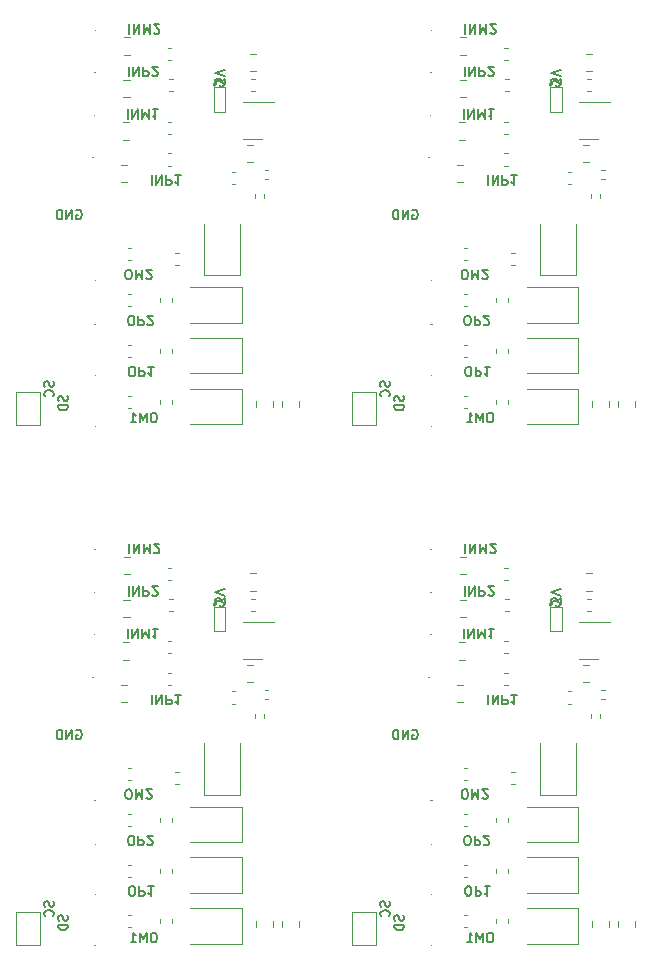
<source format=gbo>
G04 #@! TF.GenerationSoftware,KiCad,Pcbnew,9.0.4*
G04 #@! TF.CreationDate,2025-08-20T18:38:41-04:00*
G04 #@! TF.ProjectId,jlc_pcba,6a6c635f-7063-4626-912e-6b696361645f,rev?*
G04 #@! TF.SameCoordinates,Original*
G04 #@! TF.FileFunction,Legend,Bot*
G04 #@! TF.FilePolarity,Positive*
%FSLAX46Y46*%
G04 Gerber Fmt 4.6, Leading zero omitted, Abs format (unit mm)*
G04 Created by KiCad (PCBNEW 9.0.4) date 2025-08-20 18:38:41*
%MOMM*%
%LPD*%
G01*
G04 APERTURE LIST*
%ADD10C,0.150000*%
%ADD11C,0.120000*%
%ADD12C,0.100000*%
G04 APERTURE END LIST*
D10*
X46351541Y-77970204D02*
X46503922Y-77970204D01*
X46503922Y-77970204D02*
X46580112Y-77932109D01*
X46580112Y-77932109D02*
X46656303Y-77855919D01*
X46656303Y-77855919D02*
X46694398Y-77703538D01*
X46694398Y-77703538D02*
X46694398Y-77436871D01*
X46694398Y-77436871D02*
X46656303Y-77284490D01*
X46656303Y-77284490D02*
X46580112Y-77208300D01*
X46580112Y-77208300D02*
X46503922Y-77170204D01*
X46503922Y-77170204D02*
X46351541Y-77170204D01*
X46351541Y-77170204D02*
X46275350Y-77208300D01*
X46275350Y-77208300D02*
X46199160Y-77284490D01*
X46199160Y-77284490D02*
X46161064Y-77436871D01*
X46161064Y-77436871D02*
X46161064Y-77703538D01*
X46161064Y-77703538D02*
X46199160Y-77855919D01*
X46199160Y-77855919D02*
X46275350Y-77932109D01*
X46275350Y-77932109D02*
X46351541Y-77970204D01*
X47037255Y-77170204D02*
X47037255Y-77970204D01*
X47037255Y-77970204D02*
X47342017Y-77970204D01*
X47342017Y-77970204D02*
X47418207Y-77932109D01*
X47418207Y-77932109D02*
X47456302Y-77894014D01*
X47456302Y-77894014D02*
X47494398Y-77817823D01*
X47494398Y-77817823D02*
X47494398Y-77703538D01*
X47494398Y-77703538D02*
X47456302Y-77627347D01*
X47456302Y-77627347D02*
X47418207Y-77589252D01*
X47418207Y-77589252D02*
X47342017Y-77551157D01*
X47342017Y-77551157D02*
X47037255Y-77551157D01*
X47799159Y-77894014D02*
X47837255Y-77932109D01*
X47837255Y-77932109D02*
X47913445Y-77970204D01*
X47913445Y-77970204D02*
X48103921Y-77970204D01*
X48103921Y-77970204D02*
X48180112Y-77932109D01*
X48180112Y-77932109D02*
X48218207Y-77894014D01*
X48218207Y-77894014D02*
X48256302Y-77817823D01*
X48256302Y-77817823D02*
X48256302Y-77741633D01*
X48256302Y-77741633D02*
X48218207Y-77627347D01*
X48218207Y-77627347D02*
X47761064Y-77170204D01*
X47761064Y-77170204D02*
X48256302Y-77170204D01*
X17666541Y-30070204D02*
X17818922Y-30070204D01*
X17818922Y-30070204D02*
X17895112Y-30032109D01*
X17895112Y-30032109D02*
X17971303Y-29955919D01*
X17971303Y-29955919D02*
X18009398Y-29803538D01*
X18009398Y-29803538D02*
X18009398Y-29536871D01*
X18009398Y-29536871D02*
X17971303Y-29384490D01*
X17971303Y-29384490D02*
X17895112Y-29308300D01*
X17895112Y-29308300D02*
X17818922Y-29270204D01*
X17818922Y-29270204D02*
X17666541Y-29270204D01*
X17666541Y-29270204D02*
X17590350Y-29308300D01*
X17590350Y-29308300D02*
X17514160Y-29384490D01*
X17514160Y-29384490D02*
X17476064Y-29536871D01*
X17476064Y-29536871D02*
X17476064Y-29803538D01*
X17476064Y-29803538D02*
X17514160Y-29955919D01*
X17514160Y-29955919D02*
X17590350Y-30032109D01*
X17590350Y-30032109D02*
X17666541Y-30070204D01*
X18352255Y-29270204D02*
X18352255Y-30070204D01*
X18352255Y-30070204D02*
X18618921Y-29498776D01*
X18618921Y-29498776D02*
X18885588Y-30070204D01*
X18885588Y-30070204D02*
X18885588Y-29270204D01*
X19228445Y-29994014D02*
X19266541Y-30032109D01*
X19266541Y-30032109D02*
X19342731Y-30070204D01*
X19342731Y-30070204D02*
X19533207Y-30070204D01*
X19533207Y-30070204D02*
X19609398Y-30032109D01*
X19609398Y-30032109D02*
X19647493Y-29994014D01*
X19647493Y-29994014D02*
X19685588Y-29917823D01*
X19685588Y-29917823D02*
X19685588Y-29841633D01*
X19685588Y-29841633D02*
X19647493Y-29727347D01*
X19647493Y-29727347D02*
X19190350Y-29270204D01*
X19190350Y-29270204D02*
X19685588Y-29270204D01*
X17796660Y-8470204D02*
X17796660Y-9270204D01*
X18177612Y-8470204D02*
X18177612Y-9270204D01*
X18177612Y-9270204D02*
X18634755Y-8470204D01*
X18634755Y-8470204D02*
X18634755Y-9270204D01*
X19015707Y-8470204D02*
X19015707Y-9270204D01*
X19015707Y-9270204D02*
X19282373Y-8698776D01*
X19282373Y-8698776D02*
X19549040Y-9270204D01*
X19549040Y-9270204D02*
X19549040Y-8470204D01*
X19891897Y-9194014D02*
X19929993Y-9232109D01*
X19929993Y-9232109D02*
X20006183Y-9270204D01*
X20006183Y-9270204D02*
X20196659Y-9270204D01*
X20196659Y-9270204D02*
X20272850Y-9232109D01*
X20272850Y-9232109D02*
X20310945Y-9194014D01*
X20310945Y-9194014D02*
X20349040Y-9117823D01*
X20349040Y-9117823D02*
X20349040Y-9041633D01*
X20349040Y-9041633D02*
X20310945Y-8927347D01*
X20310945Y-8927347D02*
X19853802Y-8470204D01*
X19853802Y-8470204D02*
X20349040Y-8470204D01*
X46209160Y-56070204D02*
X46209160Y-56870204D01*
X46590112Y-56070204D02*
X46590112Y-56870204D01*
X46590112Y-56870204D02*
X47047255Y-56070204D01*
X47047255Y-56070204D02*
X47047255Y-56870204D01*
X47428207Y-56070204D02*
X47428207Y-56870204D01*
X47428207Y-56870204D02*
X47732969Y-56870204D01*
X47732969Y-56870204D02*
X47809159Y-56832109D01*
X47809159Y-56832109D02*
X47847254Y-56794014D01*
X47847254Y-56794014D02*
X47885350Y-56717823D01*
X47885350Y-56717823D02*
X47885350Y-56603538D01*
X47885350Y-56603538D02*
X47847254Y-56527347D01*
X47847254Y-56527347D02*
X47809159Y-56489252D01*
X47809159Y-56489252D02*
X47732969Y-56451157D01*
X47732969Y-56451157D02*
X47428207Y-56451157D01*
X48190111Y-56794014D02*
X48228207Y-56832109D01*
X48228207Y-56832109D02*
X48304397Y-56870204D01*
X48304397Y-56870204D02*
X48494873Y-56870204D01*
X48494873Y-56870204D02*
X48571064Y-56832109D01*
X48571064Y-56832109D02*
X48609159Y-56794014D01*
X48609159Y-56794014D02*
X48647254Y-56717823D01*
X48647254Y-56717823D02*
X48647254Y-56641633D01*
X48647254Y-56641633D02*
X48609159Y-56527347D01*
X48609159Y-56527347D02*
X48152016Y-56070204D01*
X48152016Y-56070204D02*
X48647254Y-56070204D01*
X17666541Y-74070204D02*
X17818922Y-74070204D01*
X17818922Y-74070204D02*
X17895112Y-74032109D01*
X17895112Y-74032109D02*
X17971303Y-73955919D01*
X17971303Y-73955919D02*
X18009398Y-73803538D01*
X18009398Y-73803538D02*
X18009398Y-73536871D01*
X18009398Y-73536871D02*
X17971303Y-73384490D01*
X17971303Y-73384490D02*
X17895112Y-73308300D01*
X17895112Y-73308300D02*
X17818922Y-73270204D01*
X17818922Y-73270204D02*
X17666541Y-73270204D01*
X17666541Y-73270204D02*
X17590350Y-73308300D01*
X17590350Y-73308300D02*
X17514160Y-73384490D01*
X17514160Y-73384490D02*
X17476064Y-73536871D01*
X17476064Y-73536871D02*
X17476064Y-73803538D01*
X17476064Y-73803538D02*
X17514160Y-73955919D01*
X17514160Y-73955919D02*
X17590350Y-74032109D01*
X17590350Y-74032109D02*
X17666541Y-74070204D01*
X18352255Y-73270204D02*
X18352255Y-74070204D01*
X18352255Y-74070204D02*
X18618921Y-73498776D01*
X18618921Y-73498776D02*
X18885588Y-74070204D01*
X18885588Y-74070204D02*
X18885588Y-73270204D01*
X19228445Y-73994014D02*
X19266541Y-74032109D01*
X19266541Y-74032109D02*
X19342731Y-74070204D01*
X19342731Y-74070204D02*
X19533207Y-74070204D01*
X19533207Y-74070204D02*
X19609398Y-74032109D01*
X19609398Y-74032109D02*
X19647493Y-73994014D01*
X19647493Y-73994014D02*
X19685588Y-73917823D01*
X19685588Y-73917823D02*
X19685588Y-73841633D01*
X19685588Y-73841633D02*
X19647493Y-73727347D01*
X19647493Y-73727347D02*
X19190350Y-73270204D01*
X19190350Y-73270204D02*
X19685588Y-73270204D01*
X19945112Y-85394795D02*
X19792731Y-85394795D01*
X19792731Y-85394795D02*
X19716541Y-85432890D01*
X19716541Y-85432890D02*
X19640350Y-85509080D01*
X19640350Y-85509080D02*
X19602255Y-85661461D01*
X19602255Y-85661461D02*
X19602255Y-85928128D01*
X19602255Y-85928128D02*
X19640350Y-86080509D01*
X19640350Y-86080509D02*
X19716541Y-86156700D01*
X19716541Y-86156700D02*
X19792731Y-86194795D01*
X19792731Y-86194795D02*
X19945112Y-86194795D01*
X19945112Y-86194795D02*
X20021303Y-86156700D01*
X20021303Y-86156700D02*
X20097493Y-86080509D01*
X20097493Y-86080509D02*
X20135589Y-85928128D01*
X20135589Y-85928128D02*
X20135589Y-85661461D01*
X20135589Y-85661461D02*
X20097493Y-85509080D01*
X20097493Y-85509080D02*
X20021303Y-85432890D01*
X20021303Y-85432890D02*
X19945112Y-85394795D01*
X19259398Y-86194795D02*
X19259398Y-85394795D01*
X19259398Y-85394795D02*
X18992732Y-85966223D01*
X18992732Y-85966223D02*
X18726065Y-85394795D01*
X18726065Y-85394795D02*
X18726065Y-86194795D01*
X17926065Y-86194795D02*
X18383208Y-86194795D01*
X18154636Y-86194795D02*
X18154636Y-85394795D01*
X18154636Y-85394795D02*
X18230827Y-85509080D01*
X18230827Y-85509080D02*
X18307017Y-85585271D01*
X18307017Y-85585271D02*
X18383208Y-85623366D01*
X25025390Y-57740706D02*
X24987295Y-57664516D01*
X24987295Y-57664516D02*
X24987295Y-57550230D01*
X24987295Y-57550230D02*
X25025390Y-57435944D01*
X25025390Y-57435944D02*
X25101580Y-57359754D01*
X25101580Y-57359754D02*
X25177771Y-57321659D01*
X25177771Y-57321659D02*
X25330152Y-57283563D01*
X25330152Y-57283563D02*
X25444438Y-57283563D01*
X25444438Y-57283563D02*
X25596819Y-57321659D01*
X25596819Y-57321659D02*
X25673009Y-57359754D01*
X25673009Y-57359754D02*
X25749200Y-57435944D01*
X25749200Y-57435944D02*
X25787295Y-57550230D01*
X25787295Y-57550230D02*
X25787295Y-57626421D01*
X25787295Y-57626421D02*
X25749200Y-57740706D01*
X25749200Y-57740706D02*
X25711104Y-57778802D01*
X25711104Y-57778802D02*
X25444438Y-57778802D01*
X25444438Y-57778802D02*
X25444438Y-57626421D01*
X17676660Y-15670204D02*
X17676660Y-16470204D01*
X18057612Y-15670204D02*
X18057612Y-16470204D01*
X18057612Y-16470204D02*
X18514755Y-15670204D01*
X18514755Y-15670204D02*
X18514755Y-16470204D01*
X18895707Y-15670204D02*
X18895707Y-16470204D01*
X18895707Y-16470204D02*
X19162373Y-15898776D01*
X19162373Y-15898776D02*
X19429040Y-16470204D01*
X19429040Y-16470204D02*
X19429040Y-15670204D01*
X20229040Y-15670204D02*
X19771897Y-15670204D01*
X20000469Y-15670204D02*
X20000469Y-16470204D01*
X20000469Y-16470204D02*
X19924278Y-16355919D01*
X19924278Y-16355919D02*
X19848088Y-16279728D01*
X19848088Y-16279728D02*
X19771897Y-16241633D01*
X41776792Y-68232890D02*
X41852982Y-68194795D01*
X41852982Y-68194795D02*
X41967268Y-68194795D01*
X41967268Y-68194795D02*
X42081554Y-68232890D01*
X42081554Y-68232890D02*
X42157744Y-68309080D01*
X42157744Y-68309080D02*
X42195839Y-68385271D01*
X42195839Y-68385271D02*
X42233935Y-68537652D01*
X42233935Y-68537652D02*
X42233935Y-68651938D01*
X42233935Y-68651938D02*
X42195839Y-68804319D01*
X42195839Y-68804319D02*
X42157744Y-68880509D01*
X42157744Y-68880509D02*
X42081554Y-68956700D01*
X42081554Y-68956700D02*
X41967268Y-68994795D01*
X41967268Y-68994795D02*
X41891077Y-68994795D01*
X41891077Y-68994795D02*
X41776792Y-68956700D01*
X41776792Y-68956700D02*
X41738696Y-68918604D01*
X41738696Y-68918604D02*
X41738696Y-68651938D01*
X41738696Y-68651938D02*
X41891077Y-68651938D01*
X41395839Y-68994795D02*
X41395839Y-68194795D01*
X41395839Y-68194795D02*
X40938696Y-68994795D01*
X40938696Y-68994795D02*
X40938696Y-68194795D01*
X40557744Y-68994795D02*
X40557744Y-68194795D01*
X40557744Y-68194795D02*
X40367268Y-68194795D01*
X40367268Y-68194795D02*
X40252982Y-68232890D01*
X40252982Y-68232890D02*
X40176792Y-68309080D01*
X40176792Y-68309080D02*
X40138697Y-68385271D01*
X40138697Y-68385271D02*
X40100601Y-68537652D01*
X40100601Y-68537652D02*
X40100601Y-68651938D01*
X40100601Y-68651938D02*
X40138697Y-68804319D01*
X40138697Y-68804319D02*
X40176792Y-68880509D01*
X40176792Y-68880509D02*
X40252982Y-68956700D01*
X40252982Y-68956700D02*
X40367268Y-68994795D01*
X40367268Y-68994795D02*
X40557744Y-68994795D01*
X11349200Y-82724291D02*
X11387295Y-82838577D01*
X11387295Y-82838577D02*
X11387295Y-83029053D01*
X11387295Y-83029053D02*
X11349200Y-83105244D01*
X11349200Y-83105244D02*
X11311104Y-83143339D01*
X11311104Y-83143339D02*
X11234914Y-83181434D01*
X11234914Y-83181434D02*
X11158723Y-83181434D01*
X11158723Y-83181434D02*
X11082533Y-83143339D01*
X11082533Y-83143339D02*
X11044438Y-83105244D01*
X11044438Y-83105244D02*
X11006342Y-83029053D01*
X11006342Y-83029053D02*
X10968247Y-82876672D01*
X10968247Y-82876672D02*
X10930152Y-82800482D01*
X10930152Y-82800482D02*
X10892057Y-82762387D01*
X10892057Y-82762387D02*
X10815866Y-82724291D01*
X10815866Y-82724291D02*
X10739676Y-82724291D01*
X10739676Y-82724291D02*
X10663485Y-82762387D01*
X10663485Y-82762387D02*
X10625390Y-82800482D01*
X10625390Y-82800482D02*
X10587295Y-82876672D01*
X10587295Y-82876672D02*
X10587295Y-83067149D01*
X10587295Y-83067149D02*
X10625390Y-83181434D01*
X11311104Y-83981435D02*
X11349200Y-83943339D01*
X11349200Y-83943339D02*
X11387295Y-83829054D01*
X11387295Y-83829054D02*
X11387295Y-83752863D01*
X11387295Y-83752863D02*
X11349200Y-83638577D01*
X11349200Y-83638577D02*
X11273009Y-83562387D01*
X11273009Y-83562387D02*
X11196819Y-83524292D01*
X11196819Y-83524292D02*
X11044438Y-83486196D01*
X11044438Y-83486196D02*
X10930152Y-83486196D01*
X10930152Y-83486196D02*
X10777771Y-83524292D01*
X10777771Y-83524292D02*
X10701580Y-83562387D01*
X10701580Y-83562387D02*
X10625390Y-83638577D01*
X10625390Y-83638577D02*
X10587295Y-83752863D01*
X10587295Y-83752863D02*
X10587295Y-83829054D01*
X10587295Y-83829054D02*
X10625390Y-83943339D01*
X10625390Y-83943339D02*
X10663485Y-83981435D01*
X12549200Y-39924291D02*
X12587295Y-40038577D01*
X12587295Y-40038577D02*
X12587295Y-40229053D01*
X12587295Y-40229053D02*
X12549200Y-40305244D01*
X12549200Y-40305244D02*
X12511104Y-40343339D01*
X12511104Y-40343339D02*
X12434914Y-40381434D01*
X12434914Y-40381434D02*
X12358723Y-40381434D01*
X12358723Y-40381434D02*
X12282533Y-40343339D01*
X12282533Y-40343339D02*
X12244438Y-40305244D01*
X12244438Y-40305244D02*
X12206342Y-40229053D01*
X12206342Y-40229053D02*
X12168247Y-40076672D01*
X12168247Y-40076672D02*
X12130152Y-40000482D01*
X12130152Y-40000482D02*
X12092057Y-39962387D01*
X12092057Y-39962387D02*
X12015866Y-39924291D01*
X12015866Y-39924291D02*
X11939676Y-39924291D01*
X11939676Y-39924291D02*
X11863485Y-39962387D01*
X11863485Y-39962387D02*
X11825390Y-40000482D01*
X11825390Y-40000482D02*
X11787295Y-40076672D01*
X11787295Y-40076672D02*
X11787295Y-40267149D01*
X11787295Y-40267149D02*
X11825390Y-40381434D01*
X12587295Y-40724292D02*
X11787295Y-40724292D01*
X11787295Y-40724292D02*
X11787295Y-40914768D01*
X11787295Y-40914768D02*
X11825390Y-41029054D01*
X11825390Y-41029054D02*
X11901580Y-41105244D01*
X11901580Y-41105244D02*
X11977771Y-41143339D01*
X11977771Y-41143339D02*
X12130152Y-41181435D01*
X12130152Y-41181435D02*
X12244438Y-41181435D01*
X12244438Y-41181435D02*
X12396819Y-41143339D01*
X12396819Y-41143339D02*
X12473009Y-41105244D01*
X12473009Y-41105244D02*
X12549200Y-41029054D01*
X12549200Y-41029054D02*
X12587295Y-40914768D01*
X12587295Y-40914768D02*
X12587295Y-40724292D01*
X13316792Y-24232890D02*
X13392982Y-24194795D01*
X13392982Y-24194795D02*
X13507268Y-24194795D01*
X13507268Y-24194795D02*
X13621554Y-24232890D01*
X13621554Y-24232890D02*
X13697744Y-24309080D01*
X13697744Y-24309080D02*
X13735839Y-24385271D01*
X13735839Y-24385271D02*
X13773935Y-24537652D01*
X13773935Y-24537652D02*
X13773935Y-24651938D01*
X13773935Y-24651938D02*
X13735839Y-24804319D01*
X13735839Y-24804319D02*
X13697744Y-24880509D01*
X13697744Y-24880509D02*
X13621554Y-24956700D01*
X13621554Y-24956700D02*
X13507268Y-24994795D01*
X13507268Y-24994795D02*
X13431077Y-24994795D01*
X13431077Y-24994795D02*
X13316792Y-24956700D01*
X13316792Y-24956700D02*
X13278696Y-24918604D01*
X13278696Y-24918604D02*
X13278696Y-24651938D01*
X13278696Y-24651938D02*
X13431077Y-24651938D01*
X12935839Y-24994795D02*
X12935839Y-24194795D01*
X12935839Y-24194795D02*
X12478696Y-24994795D01*
X12478696Y-24994795D02*
X12478696Y-24194795D01*
X12097744Y-24994795D02*
X12097744Y-24194795D01*
X12097744Y-24194795D02*
X11907268Y-24194795D01*
X11907268Y-24194795D02*
X11792982Y-24232890D01*
X11792982Y-24232890D02*
X11716792Y-24309080D01*
X11716792Y-24309080D02*
X11678697Y-24385271D01*
X11678697Y-24385271D02*
X11640601Y-24537652D01*
X11640601Y-24537652D02*
X11640601Y-24651938D01*
X11640601Y-24651938D02*
X11678697Y-24804319D01*
X11678697Y-24804319D02*
X11716792Y-24880509D01*
X11716792Y-24880509D02*
X11792982Y-24956700D01*
X11792982Y-24956700D02*
X11907268Y-24994795D01*
X11907268Y-24994795D02*
X12097744Y-24994795D01*
X46426541Y-38270204D02*
X46578922Y-38270204D01*
X46578922Y-38270204D02*
X46655112Y-38232109D01*
X46655112Y-38232109D02*
X46731303Y-38155919D01*
X46731303Y-38155919D02*
X46769398Y-38003538D01*
X46769398Y-38003538D02*
X46769398Y-37736871D01*
X46769398Y-37736871D02*
X46731303Y-37584490D01*
X46731303Y-37584490D02*
X46655112Y-37508300D01*
X46655112Y-37508300D02*
X46578922Y-37470204D01*
X46578922Y-37470204D02*
X46426541Y-37470204D01*
X46426541Y-37470204D02*
X46350350Y-37508300D01*
X46350350Y-37508300D02*
X46274160Y-37584490D01*
X46274160Y-37584490D02*
X46236064Y-37736871D01*
X46236064Y-37736871D02*
X46236064Y-38003538D01*
X46236064Y-38003538D02*
X46274160Y-38155919D01*
X46274160Y-38155919D02*
X46350350Y-38232109D01*
X46350350Y-38232109D02*
X46426541Y-38270204D01*
X47112255Y-37470204D02*
X47112255Y-38270204D01*
X47112255Y-38270204D02*
X47417017Y-38270204D01*
X47417017Y-38270204D02*
X47493207Y-38232109D01*
X47493207Y-38232109D02*
X47531302Y-38194014D01*
X47531302Y-38194014D02*
X47569398Y-38117823D01*
X47569398Y-38117823D02*
X47569398Y-38003538D01*
X47569398Y-38003538D02*
X47531302Y-37927347D01*
X47531302Y-37927347D02*
X47493207Y-37889252D01*
X47493207Y-37889252D02*
X47417017Y-37851157D01*
X47417017Y-37851157D02*
X47112255Y-37851157D01*
X48331302Y-37470204D02*
X47874159Y-37470204D01*
X48102731Y-37470204D02*
X48102731Y-38270204D01*
X48102731Y-38270204D02*
X48026540Y-38155919D01*
X48026540Y-38155919D02*
X47950350Y-38079728D01*
X47950350Y-38079728D02*
X47874159Y-38041633D01*
X19714160Y-65270204D02*
X19714160Y-66070204D01*
X20095112Y-65270204D02*
X20095112Y-66070204D01*
X20095112Y-66070204D02*
X20552255Y-65270204D01*
X20552255Y-65270204D02*
X20552255Y-66070204D01*
X20933207Y-65270204D02*
X20933207Y-66070204D01*
X20933207Y-66070204D02*
X21237969Y-66070204D01*
X21237969Y-66070204D02*
X21314159Y-66032109D01*
X21314159Y-66032109D02*
X21352254Y-65994014D01*
X21352254Y-65994014D02*
X21390350Y-65917823D01*
X21390350Y-65917823D02*
X21390350Y-65803538D01*
X21390350Y-65803538D02*
X21352254Y-65727347D01*
X21352254Y-65727347D02*
X21314159Y-65689252D01*
X21314159Y-65689252D02*
X21237969Y-65651157D01*
X21237969Y-65651157D02*
X20933207Y-65651157D01*
X22152254Y-65270204D02*
X21695111Y-65270204D01*
X21923683Y-65270204D02*
X21923683Y-66070204D01*
X21923683Y-66070204D02*
X21847492Y-65955919D01*
X21847492Y-65955919D02*
X21771302Y-65879728D01*
X21771302Y-65879728D02*
X21695111Y-65841633D01*
X54332704Y-13569530D02*
X54332704Y-13074292D01*
X54332704Y-13074292D02*
X54027942Y-13340958D01*
X54027942Y-13340958D02*
X54027942Y-13226673D01*
X54027942Y-13226673D02*
X53989847Y-13150482D01*
X53989847Y-13150482D02*
X53951752Y-13112387D01*
X53951752Y-13112387D02*
X53875561Y-13074292D01*
X53875561Y-13074292D02*
X53685085Y-13074292D01*
X53685085Y-13074292D02*
X53608895Y-13112387D01*
X53608895Y-13112387D02*
X53570800Y-13150482D01*
X53570800Y-13150482D02*
X53532704Y-13226673D01*
X53532704Y-13226673D02*
X53532704Y-13455244D01*
X53532704Y-13455244D02*
X53570800Y-13531435D01*
X53570800Y-13531435D02*
X53608895Y-13569530D01*
X54332704Y-12845720D02*
X53532704Y-12579053D01*
X53532704Y-12579053D02*
X54332704Y-12312387D01*
X48405112Y-85394795D02*
X48252731Y-85394795D01*
X48252731Y-85394795D02*
X48176541Y-85432890D01*
X48176541Y-85432890D02*
X48100350Y-85509080D01*
X48100350Y-85509080D02*
X48062255Y-85661461D01*
X48062255Y-85661461D02*
X48062255Y-85928128D01*
X48062255Y-85928128D02*
X48100350Y-86080509D01*
X48100350Y-86080509D02*
X48176541Y-86156700D01*
X48176541Y-86156700D02*
X48252731Y-86194795D01*
X48252731Y-86194795D02*
X48405112Y-86194795D01*
X48405112Y-86194795D02*
X48481303Y-86156700D01*
X48481303Y-86156700D02*
X48557493Y-86080509D01*
X48557493Y-86080509D02*
X48595589Y-85928128D01*
X48595589Y-85928128D02*
X48595589Y-85661461D01*
X48595589Y-85661461D02*
X48557493Y-85509080D01*
X48557493Y-85509080D02*
X48481303Y-85432890D01*
X48481303Y-85432890D02*
X48405112Y-85394795D01*
X47719398Y-86194795D02*
X47719398Y-85394795D01*
X47719398Y-85394795D02*
X47452732Y-85966223D01*
X47452732Y-85966223D02*
X47186065Y-85394795D01*
X47186065Y-85394795D02*
X47186065Y-86194795D01*
X46386065Y-86194795D02*
X46843208Y-86194795D01*
X46614636Y-86194795D02*
X46614636Y-85394795D01*
X46614636Y-85394795D02*
X46690827Y-85509080D01*
X46690827Y-85509080D02*
X46767017Y-85585271D01*
X46767017Y-85585271D02*
X46843208Y-85623366D01*
X41009200Y-83924291D02*
X41047295Y-84038577D01*
X41047295Y-84038577D02*
X41047295Y-84229053D01*
X41047295Y-84229053D02*
X41009200Y-84305244D01*
X41009200Y-84305244D02*
X40971104Y-84343339D01*
X40971104Y-84343339D02*
X40894914Y-84381434D01*
X40894914Y-84381434D02*
X40818723Y-84381434D01*
X40818723Y-84381434D02*
X40742533Y-84343339D01*
X40742533Y-84343339D02*
X40704438Y-84305244D01*
X40704438Y-84305244D02*
X40666342Y-84229053D01*
X40666342Y-84229053D02*
X40628247Y-84076672D01*
X40628247Y-84076672D02*
X40590152Y-84000482D01*
X40590152Y-84000482D02*
X40552057Y-83962387D01*
X40552057Y-83962387D02*
X40475866Y-83924291D01*
X40475866Y-83924291D02*
X40399676Y-83924291D01*
X40399676Y-83924291D02*
X40323485Y-83962387D01*
X40323485Y-83962387D02*
X40285390Y-84000482D01*
X40285390Y-84000482D02*
X40247295Y-84076672D01*
X40247295Y-84076672D02*
X40247295Y-84267149D01*
X40247295Y-84267149D02*
X40285390Y-84381434D01*
X41047295Y-84724292D02*
X40247295Y-84724292D01*
X40247295Y-84724292D02*
X40247295Y-84914768D01*
X40247295Y-84914768D02*
X40285390Y-85029054D01*
X40285390Y-85029054D02*
X40361580Y-85105244D01*
X40361580Y-85105244D02*
X40437771Y-85143339D01*
X40437771Y-85143339D02*
X40590152Y-85181435D01*
X40590152Y-85181435D02*
X40704438Y-85181435D01*
X40704438Y-85181435D02*
X40856819Y-85143339D01*
X40856819Y-85143339D02*
X40933009Y-85105244D01*
X40933009Y-85105244D02*
X41009200Y-85029054D01*
X41009200Y-85029054D02*
X41047295Y-84914768D01*
X41047295Y-84914768D02*
X41047295Y-84724292D01*
X48405112Y-41394795D02*
X48252731Y-41394795D01*
X48252731Y-41394795D02*
X48176541Y-41432890D01*
X48176541Y-41432890D02*
X48100350Y-41509080D01*
X48100350Y-41509080D02*
X48062255Y-41661461D01*
X48062255Y-41661461D02*
X48062255Y-41928128D01*
X48062255Y-41928128D02*
X48100350Y-42080509D01*
X48100350Y-42080509D02*
X48176541Y-42156700D01*
X48176541Y-42156700D02*
X48252731Y-42194795D01*
X48252731Y-42194795D02*
X48405112Y-42194795D01*
X48405112Y-42194795D02*
X48481303Y-42156700D01*
X48481303Y-42156700D02*
X48557493Y-42080509D01*
X48557493Y-42080509D02*
X48595589Y-41928128D01*
X48595589Y-41928128D02*
X48595589Y-41661461D01*
X48595589Y-41661461D02*
X48557493Y-41509080D01*
X48557493Y-41509080D02*
X48481303Y-41432890D01*
X48481303Y-41432890D02*
X48405112Y-41394795D01*
X47719398Y-42194795D02*
X47719398Y-41394795D01*
X47719398Y-41394795D02*
X47452732Y-41966223D01*
X47452732Y-41966223D02*
X47186065Y-41394795D01*
X47186065Y-41394795D02*
X47186065Y-42194795D01*
X46386065Y-42194795D02*
X46843208Y-42194795D01*
X46614636Y-42194795D02*
X46614636Y-41394795D01*
X46614636Y-41394795D02*
X46690827Y-41509080D01*
X46690827Y-41509080D02*
X46767017Y-41585271D01*
X46767017Y-41585271D02*
X46843208Y-41623366D01*
X17966541Y-38270204D02*
X18118922Y-38270204D01*
X18118922Y-38270204D02*
X18195112Y-38232109D01*
X18195112Y-38232109D02*
X18271303Y-38155919D01*
X18271303Y-38155919D02*
X18309398Y-38003538D01*
X18309398Y-38003538D02*
X18309398Y-37736871D01*
X18309398Y-37736871D02*
X18271303Y-37584490D01*
X18271303Y-37584490D02*
X18195112Y-37508300D01*
X18195112Y-37508300D02*
X18118922Y-37470204D01*
X18118922Y-37470204D02*
X17966541Y-37470204D01*
X17966541Y-37470204D02*
X17890350Y-37508300D01*
X17890350Y-37508300D02*
X17814160Y-37584490D01*
X17814160Y-37584490D02*
X17776064Y-37736871D01*
X17776064Y-37736871D02*
X17776064Y-38003538D01*
X17776064Y-38003538D02*
X17814160Y-38155919D01*
X17814160Y-38155919D02*
X17890350Y-38232109D01*
X17890350Y-38232109D02*
X17966541Y-38270204D01*
X18652255Y-37470204D02*
X18652255Y-38270204D01*
X18652255Y-38270204D02*
X18957017Y-38270204D01*
X18957017Y-38270204D02*
X19033207Y-38232109D01*
X19033207Y-38232109D02*
X19071302Y-38194014D01*
X19071302Y-38194014D02*
X19109398Y-38117823D01*
X19109398Y-38117823D02*
X19109398Y-38003538D01*
X19109398Y-38003538D02*
X19071302Y-37927347D01*
X19071302Y-37927347D02*
X19033207Y-37889252D01*
X19033207Y-37889252D02*
X18957017Y-37851157D01*
X18957017Y-37851157D02*
X18652255Y-37851157D01*
X19871302Y-37470204D02*
X19414159Y-37470204D01*
X19642731Y-37470204D02*
X19642731Y-38270204D01*
X19642731Y-38270204D02*
X19566540Y-38155919D01*
X19566540Y-38155919D02*
X19490350Y-38079728D01*
X19490350Y-38079728D02*
X19414159Y-38041633D01*
X41009200Y-39924291D02*
X41047295Y-40038577D01*
X41047295Y-40038577D02*
X41047295Y-40229053D01*
X41047295Y-40229053D02*
X41009200Y-40305244D01*
X41009200Y-40305244D02*
X40971104Y-40343339D01*
X40971104Y-40343339D02*
X40894914Y-40381434D01*
X40894914Y-40381434D02*
X40818723Y-40381434D01*
X40818723Y-40381434D02*
X40742533Y-40343339D01*
X40742533Y-40343339D02*
X40704438Y-40305244D01*
X40704438Y-40305244D02*
X40666342Y-40229053D01*
X40666342Y-40229053D02*
X40628247Y-40076672D01*
X40628247Y-40076672D02*
X40590152Y-40000482D01*
X40590152Y-40000482D02*
X40552057Y-39962387D01*
X40552057Y-39962387D02*
X40475866Y-39924291D01*
X40475866Y-39924291D02*
X40399676Y-39924291D01*
X40399676Y-39924291D02*
X40323485Y-39962387D01*
X40323485Y-39962387D02*
X40285390Y-40000482D01*
X40285390Y-40000482D02*
X40247295Y-40076672D01*
X40247295Y-40076672D02*
X40247295Y-40267149D01*
X40247295Y-40267149D02*
X40285390Y-40381434D01*
X41047295Y-40724292D02*
X40247295Y-40724292D01*
X40247295Y-40724292D02*
X40247295Y-40914768D01*
X40247295Y-40914768D02*
X40285390Y-41029054D01*
X40285390Y-41029054D02*
X40361580Y-41105244D01*
X40361580Y-41105244D02*
X40437771Y-41143339D01*
X40437771Y-41143339D02*
X40590152Y-41181435D01*
X40590152Y-41181435D02*
X40704438Y-41181435D01*
X40704438Y-41181435D02*
X40856819Y-41143339D01*
X40856819Y-41143339D02*
X40933009Y-41105244D01*
X40933009Y-41105244D02*
X41009200Y-41029054D01*
X41009200Y-41029054D02*
X41047295Y-40914768D01*
X41047295Y-40914768D02*
X41047295Y-40724292D01*
X17676660Y-59670204D02*
X17676660Y-60470204D01*
X18057612Y-59670204D02*
X18057612Y-60470204D01*
X18057612Y-60470204D02*
X18514755Y-59670204D01*
X18514755Y-59670204D02*
X18514755Y-60470204D01*
X18895707Y-59670204D02*
X18895707Y-60470204D01*
X18895707Y-60470204D02*
X19162373Y-59898776D01*
X19162373Y-59898776D02*
X19429040Y-60470204D01*
X19429040Y-60470204D02*
X19429040Y-59670204D01*
X20229040Y-59670204D02*
X19771897Y-59670204D01*
X20000469Y-59670204D02*
X20000469Y-60470204D01*
X20000469Y-60470204D02*
X19924278Y-60355919D01*
X19924278Y-60355919D02*
X19848088Y-60279728D01*
X19848088Y-60279728D02*
X19771897Y-60241633D01*
X17749160Y-12070204D02*
X17749160Y-12870204D01*
X18130112Y-12070204D02*
X18130112Y-12870204D01*
X18130112Y-12870204D02*
X18587255Y-12070204D01*
X18587255Y-12070204D02*
X18587255Y-12870204D01*
X18968207Y-12070204D02*
X18968207Y-12870204D01*
X18968207Y-12870204D02*
X19272969Y-12870204D01*
X19272969Y-12870204D02*
X19349159Y-12832109D01*
X19349159Y-12832109D02*
X19387254Y-12794014D01*
X19387254Y-12794014D02*
X19425350Y-12717823D01*
X19425350Y-12717823D02*
X19425350Y-12603538D01*
X19425350Y-12603538D02*
X19387254Y-12527347D01*
X19387254Y-12527347D02*
X19349159Y-12489252D01*
X19349159Y-12489252D02*
X19272969Y-12451157D01*
X19272969Y-12451157D02*
X18968207Y-12451157D01*
X19730111Y-12794014D02*
X19768207Y-12832109D01*
X19768207Y-12832109D02*
X19844397Y-12870204D01*
X19844397Y-12870204D02*
X20034873Y-12870204D01*
X20034873Y-12870204D02*
X20111064Y-12832109D01*
X20111064Y-12832109D02*
X20149159Y-12794014D01*
X20149159Y-12794014D02*
X20187254Y-12717823D01*
X20187254Y-12717823D02*
X20187254Y-12641633D01*
X20187254Y-12641633D02*
X20149159Y-12527347D01*
X20149159Y-12527347D02*
X19692016Y-12070204D01*
X19692016Y-12070204D02*
X20187254Y-12070204D01*
X39809200Y-82724291D02*
X39847295Y-82838577D01*
X39847295Y-82838577D02*
X39847295Y-83029053D01*
X39847295Y-83029053D02*
X39809200Y-83105244D01*
X39809200Y-83105244D02*
X39771104Y-83143339D01*
X39771104Y-83143339D02*
X39694914Y-83181434D01*
X39694914Y-83181434D02*
X39618723Y-83181434D01*
X39618723Y-83181434D02*
X39542533Y-83143339D01*
X39542533Y-83143339D02*
X39504438Y-83105244D01*
X39504438Y-83105244D02*
X39466342Y-83029053D01*
X39466342Y-83029053D02*
X39428247Y-82876672D01*
X39428247Y-82876672D02*
X39390152Y-82800482D01*
X39390152Y-82800482D02*
X39352057Y-82762387D01*
X39352057Y-82762387D02*
X39275866Y-82724291D01*
X39275866Y-82724291D02*
X39199676Y-82724291D01*
X39199676Y-82724291D02*
X39123485Y-82762387D01*
X39123485Y-82762387D02*
X39085390Y-82800482D01*
X39085390Y-82800482D02*
X39047295Y-82876672D01*
X39047295Y-82876672D02*
X39047295Y-83067149D01*
X39047295Y-83067149D02*
X39085390Y-83181434D01*
X39771104Y-83981435D02*
X39809200Y-83943339D01*
X39809200Y-83943339D02*
X39847295Y-83829054D01*
X39847295Y-83829054D02*
X39847295Y-83752863D01*
X39847295Y-83752863D02*
X39809200Y-83638577D01*
X39809200Y-83638577D02*
X39733009Y-83562387D01*
X39733009Y-83562387D02*
X39656819Y-83524292D01*
X39656819Y-83524292D02*
X39504438Y-83486196D01*
X39504438Y-83486196D02*
X39390152Y-83486196D01*
X39390152Y-83486196D02*
X39237771Y-83524292D01*
X39237771Y-83524292D02*
X39161580Y-83562387D01*
X39161580Y-83562387D02*
X39085390Y-83638577D01*
X39085390Y-83638577D02*
X39047295Y-83752863D01*
X39047295Y-83752863D02*
X39047295Y-83829054D01*
X39047295Y-83829054D02*
X39085390Y-83943339D01*
X39085390Y-83943339D02*
X39123485Y-83981435D01*
X17891541Y-33970204D02*
X18043922Y-33970204D01*
X18043922Y-33970204D02*
X18120112Y-33932109D01*
X18120112Y-33932109D02*
X18196303Y-33855919D01*
X18196303Y-33855919D02*
X18234398Y-33703538D01*
X18234398Y-33703538D02*
X18234398Y-33436871D01*
X18234398Y-33436871D02*
X18196303Y-33284490D01*
X18196303Y-33284490D02*
X18120112Y-33208300D01*
X18120112Y-33208300D02*
X18043922Y-33170204D01*
X18043922Y-33170204D02*
X17891541Y-33170204D01*
X17891541Y-33170204D02*
X17815350Y-33208300D01*
X17815350Y-33208300D02*
X17739160Y-33284490D01*
X17739160Y-33284490D02*
X17701064Y-33436871D01*
X17701064Y-33436871D02*
X17701064Y-33703538D01*
X17701064Y-33703538D02*
X17739160Y-33855919D01*
X17739160Y-33855919D02*
X17815350Y-33932109D01*
X17815350Y-33932109D02*
X17891541Y-33970204D01*
X18577255Y-33170204D02*
X18577255Y-33970204D01*
X18577255Y-33970204D02*
X18882017Y-33970204D01*
X18882017Y-33970204D02*
X18958207Y-33932109D01*
X18958207Y-33932109D02*
X18996302Y-33894014D01*
X18996302Y-33894014D02*
X19034398Y-33817823D01*
X19034398Y-33817823D02*
X19034398Y-33703538D01*
X19034398Y-33703538D02*
X18996302Y-33627347D01*
X18996302Y-33627347D02*
X18958207Y-33589252D01*
X18958207Y-33589252D02*
X18882017Y-33551157D01*
X18882017Y-33551157D02*
X18577255Y-33551157D01*
X19339159Y-33894014D02*
X19377255Y-33932109D01*
X19377255Y-33932109D02*
X19453445Y-33970204D01*
X19453445Y-33970204D02*
X19643921Y-33970204D01*
X19643921Y-33970204D02*
X19720112Y-33932109D01*
X19720112Y-33932109D02*
X19758207Y-33894014D01*
X19758207Y-33894014D02*
X19796302Y-33817823D01*
X19796302Y-33817823D02*
X19796302Y-33741633D01*
X19796302Y-33741633D02*
X19758207Y-33627347D01*
X19758207Y-33627347D02*
X19301064Y-33170204D01*
X19301064Y-33170204D02*
X19796302Y-33170204D01*
X17966541Y-82270204D02*
X18118922Y-82270204D01*
X18118922Y-82270204D02*
X18195112Y-82232109D01*
X18195112Y-82232109D02*
X18271303Y-82155919D01*
X18271303Y-82155919D02*
X18309398Y-82003538D01*
X18309398Y-82003538D02*
X18309398Y-81736871D01*
X18309398Y-81736871D02*
X18271303Y-81584490D01*
X18271303Y-81584490D02*
X18195112Y-81508300D01*
X18195112Y-81508300D02*
X18118922Y-81470204D01*
X18118922Y-81470204D02*
X17966541Y-81470204D01*
X17966541Y-81470204D02*
X17890350Y-81508300D01*
X17890350Y-81508300D02*
X17814160Y-81584490D01*
X17814160Y-81584490D02*
X17776064Y-81736871D01*
X17776064Y-81736871D02*
X17776064Y-82003538D01*
X17776064Y-82003538D02*
X17814160Y-82155919D01*
X17814160Y-82155919D02*
X17890350Y-82232109D01*
X17890350Y-82232109D02*
X17966541Y-82270204D01*
X18652255Y-81470204D02*
X18652255Y-82270204D01*
X18652255Y-82270204D02*
X18957017Y-82270204D01*
X18957017Y-82270204D02*
X19033207Y-82232109D01*
X19033207Y-82232109D02*
X19071302Y-82194014D01*
X19071302Y-82194014D02*
X19109398Y-82117823D01*
X19109398Y-82117823D02*
X19109398Y-82003538D01*
X19109398Y-82003538D02*
X19071302Y-81927347D01*
X19071302Y-81927347D02*
X19033207Y-81889252D01*
X19033207Y-81889252D02*
X18957017Y-81851157D01*
X18957017Y-81851157D02*
X18652255Y-81851157D01*
X19871302Y-81470204D02*
X19414159Y-81470204D01*
X19642731Y-81470204D02*
X19642731Y-82270204D01*
X19642731Y-82270204D02*
X19566540Y-82155919D01*
X19566540Y-82155919D02*
X19490350Y-82079728D01*
X19490350Y-82079728D02*
X19414159Y-82041633D01*
X19945112Y-41394795D02*
X19792731Y-41394795D01*
X19792731Y-41394795D02*
X19716541Y-41432890D01*
X19716541Y-41432890D02*
X19640350Y-41509080D01*
X19640350Y-41509080D02*
X19602255Y-41661461D01*
X19602255Y-41661461D02*
X19602255Y-41928128D01*
X19602255Y-41928128D02*
X19640350Y-42080509D01*
X19640350Y-42080509D02*
X19716541Y-42156700D01*
X19716541Y-42156700D02*
X19792731Y-42194795D01*
X19792731Y-42194795D02*
X19945112Y-42194795D01*
X19945112Y-42194795D02*
X20021303Y-42156700D01*
X20021303Y-42156700D02*
X20097493Y-42080509D01*
X20097493Y-42080509D02*
X20135589Y-41928128D01*
X20135589Y-41928128D02*
X20135589Y-41661461D01*
X20135589Y-41661461D02*
X20097493Y-41509080D01*
X20097493Y-41509080D02*
X20021303Y-41432890D01*
X20021303Y-41432890D02*
X19945112Y-41394795D01*
X19259398Y-42194795D02*
X19259398Y-41394795D01*
X19259398Y-41394795D02*
X18992732Y-41966223D01*
X18992732Y-41966223D02*
X18726065Y-41394795D01*
X18726065Y-41394795D02*
X18726065Y-42194795D01*
X17926065Y-42194795D02*
X18383208Y-42194795D01*
X18154636Y-42194795D02*
X18154636Y-41394795D01*
X18154636Y-41394795D02*
X18230827Y-41509080D01*
X18230827Y-41509080D02*
X18307017Y-41585271D01*
X18307017Y-41585271D02*
X18383208Y-41623366D01*
X19714160Y-21270204D02*
X19714160Y-22070204D01*
X20095112Y-21270204D02*
X20095112Y-22070204D01*
X20095112Y-22070204D02*
X20552255Y-21270204D01*
X20552255Y-21270204D02*
X20552255Y-22070204D01*
X20933207Y-21270204D02*
X20933207Y-22070204D01*
X20933207Y-22070204D02*
X21237969Y-22070204D01*
X21237969Y-22070204D02*
X21314159Y-22032109D01*
X21314159Y-22032109D02*
X21352254Y-21994014D01*
X21352254Y-21994014D02*
X21390350Y-21917823D01*
X21390350Y-21917823D02*
X21390350Y-21803538D01*
X21390350Y-21803538D02*
X21352254Y-21727347D01*
X21352254Y-21727347D02*
X21314159Y-21689252D01*
X21314159Y-21689252D02*
X21237969Y-21651157D01*
X21237969Y-21651157D02*
X20933207Y-21651157D01*
X22152254Y-21270204D02*
X21695111Y-21270204D01*
X21923683Y-21270204D02*
X21923683Y-22070204D01*
X21923683Y-22070204D02*
X21847492Y-21955919D01*
X21847492Y-21955919D02*
X21771302Y-21879728D01*
X21771302Y-21879728D02*
X21695111Y-21841633D01*
X53485390Y-57740706D02*
X53447295Y-57664516D01*
X53447295Y-57664516D02*
X53447295Y-57550230D01*
X53447295Y-57550230D02*
X53485390Y-57435944D01*
X53485390Y-57435944D02*
X53561580Y-57359754D01*
X53561580Y-57359754D02*
X53637771Y-57321659D01*
X53637771Y-57321659D02*
X53790152Y-57283563D01*
X53790152Y-57283563D02*
X53904438Y-57283563D01*
X53904438Y-57283563D02*
X54056819Y-57321659D01*
X54056819Y-57321659D02*
X54133009Y-57359754D01*
X54133009Y-57359754D02*
X54209200Y-57435944D01*
X54209200Y-57435944D02*
X54247295Y-57550230D01*
X54247295Y-57550230D02*
X54247295Y-57626421D01*
X54247295Y-57626421D02*
X54209200Y-57740706D01*
X54209200Y-57740706D02*
X54171104Y-57778802D01*
X54171104Y-57778802D02*
X53904438Y-57778802D01*
X53904438Y-57778802D02*
X53904438Y-57626421D01*
X46136660Y-59670204D02*
X46136660Y-60470204D01*
X46517612Y-59670204D02*
X46517612Y-60470204D01*
X46517612Y-60470204D02*
X46974755Y-59670204D01*
X46974755Y-59670204D02*
X46974755Y-60470204D01*
X47355707Y-59670204D02*
X47355707Y-60470204D01*
X47355707Y-60470204D02*
X47622373Y-59898776D01*
X47622373Y-59898776D02*
X47889040Y-60470204D01*
X47889040Y-60470204D02*
X47889040Y-59670204D01*
X48689040Y-59670204D02*
X48231897Y-59670204D01*
X48460469Y-59670204D02*
X48460469Y-60470204D01*
X48460469Y-60470204D02*
X48384278Y-60355919D01*
X48384278Y-60355919D02*
X48308088Y-60279728D01*
X48308088Y-60279728D02*
X48231897Y-60241633D01*
X17891541Y-77970204D02*
X18043922Y-77970204D01*
X18043922Y-77970204D02*
X18120112Y-77932109D01*
X18120112Y-77932109D02*
X18196303Y-77855919D01*
X18196303Y-77855919D02*
X18234398Y-77703538D01*
X18234398Y-77703538D02*
X18234398Y-77436871D01*
X18234398Y-77436871D02*
X18196303Y-77284490D01*
X18196303Y-77284490D02*
X18120112Y-77208300D01*
X18120112Y-77208300D02*
X18043922Y-77170204D01*
X18043922Y-77170204D02*
X17891541Y-77170204D01*
X17891541Y-77170204D02*
X17815350Y-77208300D01*
X17815350Y-77208300D02*
X17739160Y-77284490D01*
X17739160Y-77284490D02*
X17701064Y-77436871D01*
X17701064Y-77436871D02*
X17701064Y-77703538D01*
X17701064Y-77703538D02*
X17739160Y-77855919D01*
X17739160Y-77855919D02*
X17815350Y-77932109D01*
X17815350Y-77932109D02*
X17891541Y-77970204D01*
X18577255Y-77170204D02*
X18577255Y-77970204D01*
X18577255Y-77970204D02*
X18882017Y-77970204D01*
X18882017Y-77970204D02*
X18958207Y-77932109D01*
X18958207Y-77932109D02*
X18996302Y-77894014D01*
X18996302Y-77894014D02*
X19034398Y-77817823D01*
X19034398Y-77817823D02*
X19034398Y-77703538D01*
X19034398Y-77703538D02*
X18996302Y-77627347D01*
X18996302Y-77627347D02*
X18958207Y-77589252D01*
X18958207Y-77589252D02*
X18882017Y-77551157D01*
X18882017Y-77551157D02*
X18577255Y-77551157D01*
X19339159Y-77894014D02*
X19377255Y-77932109D01*
X19377255Y-77932109D02*
X19453445Y-77970204D01*
X19453445Y-77970204D02*
X19643921Y-77970204D01*
X19643921Y-77970204D02*
X19720112Y-77932109D01*
X19720112Y-77932109D02*
X19758207Y-77894014D01*
X19758207Y-77894014D02*
X19796302Y-77817823D01*
X19796302Y-77817823D02*
X19796302Y-77741633D01*
X19796302Y-77741633D02*
X19758207Y-77627347D01*
X19758207Y-77627347D02*
X19301064Y-77170204D01*
X19301064Y-77170204D02*
X19796302Y-77170204D01*
X25872704Y-13569530D02*
X25872704Y-13074292D01*
X25872704Y-13074292D02*
X25567942Y-13340958D01*
X25567942Y-13340958D02*
X25567942Y-13226673D01*
X25567942Y-13226673D02*
X25529847Y-13150482D01*
X25529847Y-13150482D02*
X25491752Y-13112387D01*
X25491752Y-13112387D02*
X25415561Y-13074292D01*
X25415561Y-13074292D02*
X25225085Y-13074292D01*
X25225085Y-13074292D02*
X25148895Y-13112387D01*
X25148895Y-13112387D02*
X25110800Y-13150482D01*
X25110800Y-13150482D02*
X25072704Y-13226673D01*
X25072704Y-13226673D02*
X25072704Y-13455244D01*
X25072704Y-13455244D02*
X25110800Y-13531435D01*
X25110800Y-13531435D02*
X25148895Y-13569530D01*
X25872704Y-12845720D02*
X25072704Y-12579053D01*
X25072704Y-12579053D02*
X25872704Y-12312387D01*
X48174160Y-65270204D02*
X48174160Y-66070204D01*
X48555112Y-65270204D02*
X48555112Y-66070204D01*
X48555112Y-66070204D02*
X49012255Y-65270204D01*
X49012255Y-65270204D02*
X49012255Y-66070204D01*
X49393207Y-65270204D02*
X49393207Y-66070204D01*
X49393207Y-66070204D02*
X49697969Y-66070204D01*
X49697969Y-66070204D02*
X49774159Y-66032109D01*
X49774159Y-66032109D02*
X49812254Y-65994014D01*
X49812254Y-65994014D02*
X49850350Y-65917823D01*
X49850350Y-65917823D02*
X49850350Y-65803538D01*
X49850350Y-65803538D02*
X49812254Y-65727347D01*
X49812254Y-65727347D02*
X49774159Y-65689252D01*
X49774159Y-65689252D02*
X49697969Y-65651157D01*
X49697969Y-65651157D02*
X49393207Y-65651157D01*
X50612254Y-65270204D02*
X50155111Y-65270204D01*
X50383683Y-65270204D02*
X50383683Y-66070204D01*
X50383683Y-66070204D02*
X50307492Y-65955919D01*
X50307492Y-65955919D02*
X50231302Y-65879728D01*
X50231302Y-65879728D02*
X50155111Y-65841633D01*
X48174160Y-21270204D02*
X48174160Y-22070204D01*
X48555112Y-21270204D02*
X48555112Y-22070204D01*
X48555112Y-22070204D02*
X49012255Y-21270204D01*
X49012255Y-21270204D02*
X49012255Y-22070204D01*
X49393207Y-21270204D02*
X49393207Y-22070204D01*
X49393207Y-22070204D02*
X49697969Y-22070204D01*
X49697969Y-22070204D02*
X49774159Y-22032109D01*
X49774159Y-22032109D02*
X49812254Y-21994014D01*
X49812254Y-21994014D02*
X49850350Y-21917823D01*
X49850350Y-21917823D02*
X49850350Y-21803538D01*
X49850350Y-21803538D02*
X49812254Y-21727347D01*
X49812254Y-21727347D02*
X49774159Y-21689252D01*
X49774159Y-21689252D02*
X49697969Y-21651157D01*
X49697969Y-21651157D02*
X49393207Y-21651157D01*
X50612254Y-21270204D02*
X50155111Y-21270204D01*
X50383683Y-21270204D02*
X50383683Y-22070204D01*
X50383683Y-22070204D02*
X50307492Y-21955919D01*
X50307492Y-21955919D02*
X50231302Y-21879728D01*
X50231302Y-21879728D02*
X50155111Y-21841633D01*
X46256660Y-8470204D02*
X46256660Y-9270204D01*
X46637612Y-8470204D02*
X46637612Y-9270204D01*
X46637612Y-9270204D02*
X47094755Y-8470204D01*
X47094755Y-8470204D02*
X47094755Y-9270204D01*
X47475707Y-8470204D02*
X47475707Y-9270204D01*
X47475707Y-9270204D02*
X47742373Y-8698776D01*
X47742373Y-8698776D02*
X48009040Y-9270204D01*
X48009040Y-9270204D02*
X48009040Y-8470204D01*
X48351897Y-9194014D02*
X48389993Y-9232109D01*
X48389993Y-9232109D02*
X48466183Y-9270204D01*
X48466183Y-9270204D02*
X48656659Y-9270204D01*
X48656659Y-9270204D02*
X48732850Y-9232109D01*
X48732850Y-9232109D02*
X48770945Y-9194014D01*
X48770945Y-9194014D02*
X48809040Y-9117823D01*
X48809040Y-9117823D02*
X48809040Y-9041633D01*
X48809040Y-9041633D02*
X48770945Y-8927347D01*
X48770945Y-8927347D02*
X48313802Y-8470204D01*
X48313802Y-8470204D02*
X48809040Y-8470204D01*
X46351541Y-33970204D02*
X46503922Y-33970204D01*
X46503922Y-33970204D02*
X46580112Y-33932109D01*
X46580112Y-33932109D02*
X46656303Y-33855919D01*
X46656303Y-33855919D02*
X46694398Y-33703538D01*
X46694398Y-33703538D02*
X46694398Y-33436871D01*
X46694398Y-33436871D02*
X46656303Y-33284490D01*
X46656303Y-33284490D02*
X46580112Y-33208300D01*
X46580112Y-33208300D02*
X46503922Y-33170204D01*
X46503922Y-33170204D02*
X46351541Y-33170204D01*
X46351541Y-33170204D02*
X46275350Y-33208300D01*
X46275350Y-33208300D02*
X46199160Y-33284490D01*
X46199160Y-33284490D02*
X46161064Y-33436871D01*
X46161064Y-33436871D02*
X46161064Y-33703538D01*
X46161064Y-33703538D02*
X46199160Y-33855919D01*
X46199160Y-33855919D02*
X46275350Y-33932109D01*
X46275350Y-33932109D02*
X46351541Y-33970204D01*
X47037255Y-33170204D02*
X47037255Y-33970204D01*
X47037255Y-33970204D02*
X47342017Y-33970204D01*
X47342017Y-33970204D02*
X47418207Y-33932109D01*
X47418207Y-33932109D02*
X47456302Y-33894014D01*
X47456302Y-33894014D02*
X47494398Y-33817823D01*
X47494398Y-33817823D02*
X47494398Y-33703538D01*
X47494398Y-33703538D02*
X47456302Y-33627347D01*
X47456302Y-33627347D02*
X47418207Y-33589252D01*
X47418207Y-33589252D02*
X47342017Y-33551157D01*
X47342017Y-33551157D02*
X47037255Y-33551157D01*
X47799159Y-33894014D02*
X47837255Y-33932109D01*
X47837255Y-33932109D02*
X47913445Y-33970204D01*
X47913445Y-33970204D02*
X48103921Y-33970204D01*
X48103921Y-33970204D02*
X48180112Y-33932109D01*
X48180112Y-33932109D02*
X48218207Y-33894014D01*
X48218207Y-33894014D02*
X48256302Y-33817823D01*
X48256302Y-33817823D02*
X48256302Y-33741633D01*
X48256302Y-33741633D02*
X48218207Y-33627347D01*
X48218207Y-33627347D02*
X47761064Y-33170204D01*
X47761064Y-33170204D02*
X48256302Y-33170204D01*
X46209160Y-12070204D02*
X46209160Y-12870204D01*
X46590112Y-12070204D02*
X46590112Y-12870204D01*
X46590112Y-12870204D02*
X47047255Y-12070204D01*
X47047255Y-12070204D02*
X47047255Y-12870204D01*
X47428207Y-12070204D02*
X47428207Y-12870204D01*
X47428207Y-12870204D02*
X47732969Y-12870204D01*
X47732969Y-12870204D02*
X47809159Y-12832109D01*
X47809159Y-12832109D02*
X47847254Y-12794014D01*
X47847254Y-12794014D02*
X47885350Y-12717823D01*
X47885350Y-12717823D02*
X47885350Y-12603538D01*
X47885350Y-12603538D02*
X47847254Y-12527347D01*
X47847254Y-12527347D02*
X47809159Y-12489252D01*
X47809159Y-12489252D02*
X47732969Y-12451157D01*
X47732969Y-12451157D02*
X47428207Y-12451157D01*
X48190111Y-12794014D02*
X48228207Y-12832109D01*
X48228207Y-12832109D02*
X48304397Y-12870204D01*
X48304397Y-12870204D02*
X48494873Y-12870204D01*
X48494873Y-12870204D02*
X48571064Y-12832109D01*
X48571064Y-12832109D02*
X48609159Y-12794014D01*
X48609159Y-12794014D02*
X48647254Y-12717823D01*
X48647254Y-12717823D02*
X48647254Y-12641633D01*
X48647254Y-12641633D02*
X48609159Y-12527347D01*
X48609159Y-12527347D02*
X48152016Y-12070204D01*
X48152016Y-12070204D02*
X48647254Y-12070204D01*
X17749160Y-56070204D02*
X17749160Y-56870204D01*
X18130112Y-56070204D02*
X18130112Y-56870204D01*
X18130112Y-56870204D02*
X18587255Y-56070204D01*
X18587255Y-56070204D02*
X18587255Y-56870204D01*
X18968207Y-56070204D02*
X18968207Y-56870204D01*
X18968207Y-56870204D02*
X19272969Y-56870204D01*
X19272969Y-56870204D02*
X19349159Y-56832109D01*
X19349159Y-56832109D02*
X19387254Y-56794014D01*
X19387254Y-56794014D02*
X19425350Y-56717823D01*
X19425350Y-56717823D02*
X19425350Y-56603538D01*
X19425350Y-56603538D02*
X19387254Y-56527347D01*
X19387254Y-56527347D02*
X19349159Y-56489252D01*
X19349159Y-56489252D02*
X19272969Y-56451157D01*
X19272969Y-56451157D02*
X18968207Y-56451157D01*
X19730111Y-56794014D02*
X19768207Y-56832109D01*
X19768207Y-56832109D02*
X19844397Y-56870204D01*
X19844397Y-56870204D02*
X20034873Y-56870204D01*
X20034873Y-56870204D02*
X20111064Y-56832109D01*
X20111064Y-56832109D02*
X20149159Y-56794014D01*
X20149159Y-56794014D02*
X20187254Y-56717823D01*
X20187254Y-56717823D02*
X20187254Y-56641633D01*
X20187254Y-56641633D02*
X20149159Y-56527347D01*
X20149159Y-56527347D02*
X19692016Y-56070204D01*
X19692016Y-56070204D02*
X20187254Y-56070204D01*
X12549200Y-83924291D02*
X12587295Y-84038577D01*
X12587295Y-84038577D02*
X12587295Y-84229053D01*
X12587295Y-84229053D02*
X12549200Y-84305244D01*
X12549200Y-84305244D02*
X12511104Y-84343339D01*
X12511104Y-84343339D02*
X12434914Y-84381434D01*
X12434914Y-84381434D02*
X12358723Y-84381434D01*
X12358723Y-84381434D02*
X12282533Y-84343339D01*
X12282533Y-84343339D02*
X12244438Y-84305244D01*
X12244438Y-84305244D02*
X12206342Y-84229053D01*
X12206342Y-84229053D02*
X12168247Y-84076672D01*
X12168247Y-84076672D02*
X12130152Y-84000482D01*
X12130152Y-84000482D02*
X12092057Y-83962387D01*
X12092057Y-83962387D02*
X12015866Y-83924291D01*
X12015866Y-83924291D02*
X11939676Y-83924291D01*
X11939676Y-83924291D02*
X11863485Y-83962387D01*
X11863485Y-83962387D02*
X11825390Y-84000482D01*
X11825390Y-84000482D02*
X11787295Y-84076672D01*
X11787295Y-84076672D02*
X11787295Y-84267149D01*
X11787295Y-84267149D02*
X11825390Y-84381434D01*
X12587295Y-84724292D02*
X11787295Y-84724292D01*
X11787295Y-84724292D02*
X11787295Y-84914768D01*
X11787295Y-84914768D02*
X11825390Y-85029054D01*
X11825390Y-85029054D02*
X11901580Y-85105244D01*
X11901580Y-85105244D02*
X11977771Y-85143339D01*
X11977771Y-85143339D02*
X12130152Y-85181435D01*
X12130152Y-85181435D02*
X12244438Y-85181435D01*
X12244438Y-85181435D02*
X12396819Y-85143339D01*
X12396819Y-85143339D02*
X12473009Y-85105244D01*
X12473009Y-85105244D02*
X12549200Y-85029054D01*
X12549200Y-85029054D02*
X12587295Y-84914768D01*
X12587295Y-84914768D02*
X12587295Y-84724292D01*
X11349200Y-38724291D02*
X11387295Y-38838577D01*
X11387295Y-38838577D02*
X11387295Y-39029053D01*
X11387295Y-39029053D02*
X11349200Y-39105244D01*
X11349200Y-39105244D02*
X11311104Y-39143339D01*
X11311104Y-39143339D02*
X11234914Y-39181434D01*
X11234914Y-39181434D02*
X11158723Y-39181434D01*
X11158723Y-39181434D02*
X11082533Y-39143339D01*
X11082533Y-39143339D02*
X11044438Y-39105244D01*
X11044438Y-39105244D02*
X11006342Y-39029053D01*
X11006342Y-39029053D02*
X10968247Y-38876672D01*
X10968247Y-38876672D02*
X10930152Y-38800482D01*
X10930152Y-38800482D02*
X10892057Y-38762387D01*
X10892057Y-38762387D02*
X10815866Y-38724291D01*
X10815866Y-38724291D02*
X10739676Y-38724291D01*
X10739676Y-38724291D02*
X10663485Y-38762387D01*
X10663485Y-38762387D02*
X10625390Y-38800482D01*
X10625390Y-38800482D02*
X10587295Y-38876672D01*
X10587295Y-38876672D02*
X10587295Y-39067149D01*
X10587295Y-39067149D02*
X10625390Y-39181434D01*
X11311104Y-39981435D02*
X11349200Y-39943339D01*
X11349200Y-39943339D02*
X11387295Y-39829054D01*
X11387295Y-39829054D02*
X11387295Y-39752863D01*
X11387295Y-39752863D02*
X11349200Y-39638577D01*
X11349200Y-39638577D02*
X11273009Y-39562387D01*
X11273009Y-39562387D02*
X11196819Y-39524292D01*
X11196819Y-39524292D02*
X11044438Y-39486196D01*
X11044438Y-39486196D02*
X10930152Y-39486196D01*
X10930152Y-39486196D02*
X10777771Y-39524292D01*
X10777771Y-39524292D02*
X10701580Y-39562387D01*
X10701580Y-39562387D02*
X10625390Y-39638577D01*
X10625390Y-39638577D02*
X10587295Y-39752863D01*
X10587295Y-39752863D02*
X10587295Y-39829054D01*
X10587295Y-39829054D02*
X10625390Y-39943339D01*
X10625390Y-39943339D02*
X10663485Y-39981435D01*
X46136660Y-15670204D02*
X46136660Y-16470204D01*
X46517612Y-15670204D02*
X46517612Y-16470204D01*
X46517612Y-16470204D02*
X46974755Y-15670204D01*
X46974755Y-15670204D02*
X46974755Y-16470204D01*
X47355707Y-15670204D02*
X47355707Y-16470204D01*
X47355707Y-16470204D02*
X47622373Y-15898776D01*
X47622373Y-15898776D02*
X47889040Y-16470204D01*
X47889040Y-16470204D02*
X47889040Y-15670204D01*
X48689040Y-15670204D02*
X48231897Y-15670204D01*
X48460469Y-15670204D02*
X48460469Y-16470204D01*
X48460469Y-16470204D02*
X48384278Y-16355919D01*
X48384278Y-16355919D02*
X48308088Y-16279728D01*
X48308088Y-16279728D02*
X48231897Y-16241633D01*
X41776792Y-24232890D02*
X41852982Y-24194795D01*
X41852982Y-24194795D02*
X41967268Y-24194795D01*
X41967268Y-24194795D02*
X42081554Y-24232890D01*
X42081554Y-24232890D02*
X42157744Y-24309080D01*
X42157744Y-24309080D02*
X42195839Y-24385271D01*
X42195839Y-24385271D02*
X42233935Y-24537652D01*
X42233935Y-24537652D02*
X42233935Y-24651938D01*
X42233935Y-24651938D02*
X42195839Y-24804319D01*
X42195839Y-24804319D02*
X42157744Y-24880509D01*
X42157744Y-24880509D02*
X42081554Y-24956700D01*
X42081554Y-24956700D02*
X41967268Y-24994795D01*
X41967268Y-24994795D02*
X41891077Y-24994795D01*
X41891077Y-24994795D02*
X41776792Y-24956700D01*
X41776792Y-24956700D02*
X41738696Y-24918604D01*
X41738696Y-24918604D02*
X41738696Y-24651938D01*
X41738696Y-24651938D02*
X41891077Y-24651938D01*
X41395839Y-24994795D02*
X41395839Y-24194795D01*
X41395839Y-24194795D02*
X40938696Y-24994795D01*
X40938696Y-24994795D02*
X40938696Y-24194795D01*
X40557744Y-24994795D02*
X40557744Y-24194795D01*
X40557744Y-24194795D02*
X40367268Y-24194795D01*
X40367268Y-24194795D02*
X40252982Y-24232890D01*
X40252982Y-24232890D02*
X40176792Y-24309080D01*
X40176792Y-24309080D02*
X40138697Y-24385271D01*
X40138697Y-24385271D02*
X40100601Y-24537652D01*
X40100601Y-24537652D02*
X40100601Y-24651938D01*
X40100601Y-24651938D02*
X40138697Y-24804319D01*
X40138697Y-24804319D02*
X40176792Y-24880509D01*
X40176792Y-24880509D02*
X40252982Y-24956700D01*
X40252982Y-24956700D02*
X40367268Y-24994795D01*
X40367268Y-24994795D02*
X40557744Y-24994795D01*
X39809200Y-38724291D02*
X39847295Y-38838577D01*
X39847295Y-38838577D02*
X39847295Y-39029053D01*
X39847295Y-39029053D02*
X39809200Y-39105244D01*
X39809200Y-39105244D02*
X39771104Y-39143339D01*
X39771104Y-39143339D02*
X39694914Y-39181434D01*
X39694914Y-39181434D02*
X39618723Y-39181434D01*
X39618723Y-39181434D02*
X39542533Y-39143339D01*
X39542533Y-39143339D02*
X39504438Y-39105244D01*
X39504438Y-39105244D02*
X39466342Y-39029053D01*
X39466342Y-39029053D02*
X39428247Y-38876672D01*
X39428247Y-38876672D02*
X39390152Y-38800482D01*
X39390152Y-38800482D02*
X39352057Y-38762387D01*
X39352057Y-38762387D02*
X39275866Y-38724291D01*
X39275866Y-38724291D02*
X39199676Y-38724291D01*
X39199676Y-38724291D02*
X39123485Y-38762387D01*
X39123485Y-38762387D02*
X39085390Y-38800482D01*
X39085390Y-38800482D02*
X39047295Y-38876672D01*
X39047295Y-38876672D02*
X39047295Y-39067149D01*
X39047295Y-39067149D02*
X39085390Y-39181434D01*
X39771104Y-39981435D02*
X39809200Y-39943339D01*
X39809200Y-39943339D02*
X39847295Y-39829054D01*
X39847295Y-39829054D02*
X39847295Y-39752863D01*
X39847295Y-39752863D02*
X39809200Y-39638577D01*
X39809200Y-39638577D02*
X39733009Y-39562387D01*
X39733009Y-39562387D02*
X39656819Y-39524292D01*
X39656819Y-39524292D02*
X39504438Y-39486196D01*
X39504438Y-39486196D02*
X39390152Y-39486196D01*
X39390152Y-39486196D02*
X39237771Y-39524292D01*
X39237771Y-39524292D02*
X39161580Y-39562387D01*
X39161580Y-39562387D02*
X39085390Y-39638577D01*
X39085390Y-39638577D02*
X39047295Y-39752863D01*
X39047295Y-39752863D02*
X39047295Y-39829054D01*
X39047295Y-39829054D02*
X39085390Y-39943339D01*
X39085390Y-39943339D02*
X39123485Y-39981435D01*
X46126541Y-74070204D02*
X46278922Y-74070204D01*
X46278922Y-74070204D02*
X46355112Y-74032109D01*
X46355112Y-74032109D02*
X46431303Y-73955919D01*
X46431303Y-73955919D02*
X46469398Y-73803538D01*
X46469398Y-73803538D02*
X46469398Y-73536871D01*
X46469398Y-73536871D02*
X46431303Y-73384490D01*
X46431303Y-73384490D02*
X46355112Y-73308300D01*
X46355112Y-73308300D02*
X46278922Y-73270204D01*
X46278922Y-73270204D02*
X46126541Y-73270204D01*
X46126541Y-73270204D02*
X46050350Y-73308300D01*
X46050350Y-73308300D02*
X45974160Y-73384490D01*
X45974160Y-73384490D02*
X45936064Y-73536871D01*
X45936064Y-73536871D02*
X45936064Y-73803538D01*
X45936064Y-73803538D02*
X45974160Y-73955919D01*
X45974160Y-73955919D02*
X46050350Y-74032109D01*
X46050350Y-74032109D02*
X46126541Y-74070204D01*
X46812255Y-73270204D02*
X46812255Y-74070204D01*
X46812255Y-74070204D02*
X47078921Y-73498776D01*
X47078921Y-73498776D02*
X47345588Y-74070204D01*
X47345588Y-74070204D02*
X47345588Y-73270204D01*
X47688445Y-73994014D02*
X47726541Y-74032109D01*
X47726541Y-74032109D02*
X47802731Y-74070204D01*
X47802731Y-74070204D02*
X47993207Y-74070204D01*
X47993207Y-74070204D02*
X48069398Y-74032109D01*
X48069398Y-74032109D02*
X48107493Y-73994014D01*
X48107493Y-73994014D02*
X48145588Y-73917823D01*
X48145588Y-73917823D02*
X48145588Y-73841633D01*
X48145588Y-73841633D02*
X48107493Y-73727347D01*
X48107493Y-73727347D02*
X47650350Y-73270204D01*
X47650350Y-73270204D02*
X48145588Y-73270204D01*
X53485390Y-13740706D02*
X53447295Y-13664516D01*
X53447295Y-13664516D02*
X53447295Y-13550230D01*
X53447295Y-13550230D02*
X53485390Y-13435944D01*
X53485390Y-13435944D02*
X53561580Y-13359754D01*
X53561580Y-13359754D02*
X53637771Y-13321659D01*
X53637771Y-13321659D02*
X53790152Y-13283563D01*
X53790152Y-13283563D02*
X53904438Y-13283563D01*
X53904438Y-13283563D02*
X54056819Y-13321659D01*
X54056819Y-13321659D02*
X54133009Y-13359754D01*
X54133009Y-13359754D02*
X54209200Y-13435944D01*
X54209200Y-13435944D02*
X54247295Y-13550230D01*
X54247295Y-13550230D02*
X54247295Y-13626421D01*
X54247295Y-13626421D02*
X54209200Y-13740706D01*
X54209200Y-13740706D02*
X54171104Y-13778802D01*
X54171104Y-13778802D02*
X53904438Y-13778802D01*
X53904438Y-13778802D02*
X53904438Y-13626421D01*
X54332704Y-57569530D02*
X54332704Y-57074292D01*
X54332704Y-57074292D02*
X54027942Y-57340958D01*
X54027942Y-57340958D02*
X54027942Y-57226673D01*
X54027942Y-57226673D02*
X53989847Y-57150482D01*
X53989847Y-57150482D02*
X53951752Y-57112387D01*
X53951752Y-57112387D02*
X53875561Y-57074292D01*
X53875561Y-57074292D02*
X53685085Y-57074292D01*
X53685085Y-57074292D02*
X53608895Y-57112387D01*
X53608895Y-57112387D02*
X53570800Y-57150482D01*
X53570800Y-57150482D02*
X53532704Y-57226673D01*
X53532704Y-57226673D02*
X53532704Y-57455244D01*
X53532704Y-57455244D02*
X53570800Y-57531435D01*
X53570800Y-57531435D02*
X53608895Y-57569530D01*
X54332704Y-56845720D02*
X53532704Y-56579053D01*
X53532704Y-56579053D02*
X54332704Y-56312387D01*
X25025390Y-13740706D02*
X24987295Y-13664516D01*
X24987295Y-13664516D02*
X24987295Y-13550230D01*
X24987295Y-13550230D02*
X25025390Y-13435944D01*
X25025390Y-13435944D02*
X25101580Y-13359754D01*
X25101580Y-13359754D02*
X25177771Y-13321659D01*
X25177771Y-13321659D02*
X25330152Y-13283563D01*
X25330152Y-13283563D02*
X25444438Y-13283563D01*
X25444438Y-13283563D02*
X25596819Y-13321659D01*
X25596819Y-13321659D02*
X25673009Y-13359754D01*
X25673009Y-13359754D02*
X25749200Y-13435944D01*
X25749200Y-13435944D02*
X25787295Y-13550230D01*
X25787295Y-13550230D02*
X25787295Y-13626421D01*
X25787295Y-13626421D02*
X25749200Y-13740706D01*
X25749200Y-13740706D02*
X25711104Y-13778802D01*
X25711104Y-13778802D02*
X25444438Y-13778802D01*
X25444438Y-13778802D02*
X25444438Y-13626421D01*
X17796660Y-52470204D02*
X17796660Y-53270204D01*
X18177612Y-52470204D02*
X18177612Y-53270204D01*
X18177612Y-53270204D02*
X18634755Y-52470204D01*
X18634755Y-52470204D02*
X18634755Y-53270204D01*
X19015707Y-52470204D02*
X19015707Y-53270204D01*
X19015707Y-53270204D02*
X19282373Y-52698776D01*
X19282373Y-52698776D02*
X19549040Y-53270204D01*
X19549040Y-53270204D02*
X19549040Y-52470204D01*
X19891897Y-53194014D02*
X19929993Y-53232109D01*
X19929993Y-53232109D02*
X20006183Y-53270204D01*
X20006183Y-53270204D02*
X20196659Y-53270204D01*
X20196659Y-53270204D02*
X20272850Y-53232109D01*
X20272850Y-53232109D02*
X20310945Y-53194014D01*
X20310945Y-53194014D02*
X20349040Y-53117823D01*
X20349040Y-53117823D02*
X20349040Y-53041633D01*
X20349040Y-53041633D02*
X20310945Y-52927347D01*
X20310945Y-52927347D02*
X19853802Y-52470204D01*
X19853802Y-52470204D02*
X20349040Y-52470204D01*
X25872704Y-57569530D02*
X25872704Y-57074292D01*
X25872704Y-57074292D02*
X25567942Y-57340958D01*
X25567942Y-57340958D02*
X25567942Y-57226673D01*
X25567942Y-57226673D02*
X25529847Y-57150482D01*
X25529847Y-57150482D02*
X25491752Y-57112387D01*
X25491752Y-57112387D02*
X25415561Y-57074292D01*
X25415561Y-57074292D02*
X25225085Y-57074292D01*
X25225085Y-57074292D02*
X25148895Y-57112387D01*
X25148895Y-57112387D02*
X25110800Y-57150482D01*
X25110800Y-57150482D02*
X25072704Y-57226673D01*
X25072704Y-57226673D02*
X25072704Y-57455244D01*
X25072704Y-57455244D02*
X25110800Y-57531435D01*
X25110800Y-57531435D02*
X25148895Y-57569530D01*
X25872704Y-56845720D02*
X25072704Y-56579053D01*
X25072704Y-56579053D02*
X25872704Y-56312387D01*
X46256660Y-52470204D02*
X46256660Y-53270204D01*
X46637612Y-52470204D02*
X46637612Y-53270204D01*
X46637612Y-53270204D02*
X47094755Y-52470204D01*
X47094755Y-52470204D02*
X47094755Y-53270204D01*
X47475707Y-52470204D02*
X47475707Y-53270204D01*
X47475707Y-53270204D02*
X47742373Y-52698776D01*
X47742373Y-52698776D02*
X48009040Y-53270204D01*
X48009040Y-53270204D02*
X48009040Y-52470204D01*
X48351897Y-53194014D02*
X48389993Y-53232109D01*
X48389993Y-53232109D02*
X48466183Y-53270204D01*
X48466183Y-53270204D02*
X48656659Y-53270204D01*
X48656659Y-53270204D02*
X48732850Y-53232109D01*
X48732850Y-53232109D02*
X48770945Y-53194014D01*
X48770945Y-53194014D02*
X48809040Y-53117823D01*
X48809040Y-53117823D02*
X48809040Y-53041633D01*
X48809040Y-53041633D02*
X48770945Y-52927347D01*
X48770945Y-52927347D02*
X48313802Y-52470204D01*
X48313802Y-52470204D02*
X48809040Y-52470204D01*
X46126541Y-30070204D02*
X46278922Y-30070204D01*
X46278922Y-30070204D02*
X46355112Y-30032109D01*
X46355112Y-30032109D02*
X46431303Y-29955919D01*
X46431303Y-29955919D02*
X46469398Y-29803538D01*
X46469398Y-29803538D02*
X46469398Y-29536871D01*
X46469398Y-29536871D02*
X46431303Y-29384490D01*
X46431303Y-29384490D02*
X46355112Y-29308300D01*
X46355112Y-29308300D02*
X46278922Y-29270204D01*
X46278922Y-29270204D02*
X46126541Y-29270204D01*
X46126541Y-29270204D02*
X46050350Y-29308300D01*
X46050350Y-29308300D02*
X45974160Y-29384490D01*
X45974160Y-29384490D02*
X45936064Y-29536871D01*
X45936064Y-29536871D02*
X45936064Y-29803538D01*
X45936064Y-29803538D02*
X45974160Y-29955919D01*
X45974160Y-29955919D02*
X46050350Y-30032109D01*
X46050350Y-30032109D02*
X46126541Y-30070204D01*
X46812255Y-29270204D02*
X46812255Y-30070204D01*
X46812255Y-30070204D02*
X47078921Y-29498776D01*
X47078921Y-29498776D02*
X47345588Y-30070204D01*
X47345588Y-30070204D02*
X47345588Y-29270204D01*
X47688445Y-29994014D02*
X47726541Y-30032109D01*
X47726541Y-30032109D02*
X47802731Y-30070204D01*
X47802731Y-30070204D02*
X47993207Y-30070204D01*
X47993207Y-30070204D02*
X48069398Y-30032109D01*
X48069398Y-30032109D02*
X48107493Y-29994014D01*
X48107493Y-29994014D02*
X48145588Y-29917823D01*
X48145588Y-29917823D02*
X48145588Y-29841633D01*
X48145588Y-29841633D02*
X48107493Y-29727347D01*
X48107493Y-29727347D02*
X47650350Y-29270204D01*
X47650350Y-29270204D02*
X48145588Y-29270204D01*
X13316792Y-68232890D02*
X13392982Y-68194795D01*
X13392982Y-68194795D02*
X13507268Y-68194795D01*
X13507268Y-68194795D02*
X13621554Y-68232890D01*
X13621554Y-68232890D02*
X13697744Y-68309080D01*
X13697744Y-68309080D02*
X13735839Y-68385271D01*
X13735839Y-68385271D02*
X13773935Y-68537652D01*
X13773935Y-68537652D02*
X13773935Y-68651938D01*
X13773935Y-68651938D02*
X13735839Y-68804319D01*
X13735839Y-68804319D02*
X13697744Y-68880509D01*
X13697744Y-68880509D02*
X13621554Y-68956700D01*
X13621554Y-68956700D02*
X13507268Y-68994795D01*
X13507268Y-68994795D02*
X13431077Y-68994795D01*
X13431077Y-68994795D02*
X13316792Y-68956700D01*
X13316792Y-68956700D02*
X13278696Y-68918604D01*
X13278696Y-68918604D02*
X13278696Y-68651938D01*
X13278696Y-68651938D02*
X13431077Y-68651938D01*
X12935839Y-68994795D02*
X12935839Y-68194795D01*
X12935839Y-68194795D02*
X12478696Y-68994795D01*
X12478696Y-68994795D02*
X12478696Y-68194795D01*
X12097744Y-68994795D02*
X12097744Y-68194795D01*
X12097744Y-68194795D02*
X11907268Y-68194795D01*
X11907268Y-68194795D02*
X11792982Y-68232890D01*
X11792982Y-68232890D02*
X11716792Y-68309080D01*
X11716792Y-68309080D02*
X11678697Y-68385271D01*
X11678697Y-68385271D02*
X11640601Y-68537652D01*
X11640601Y-68537652D02*
X11640601Y-68651938D01*
X11640601Y-68651938D02*
X11678697Y-68804319D01*
X11678697Y-68804319D02*
X11716792Y-68880509D01*
X11716792Y-68880509D02*
X11792982Y-68956700D01*
X11792982Y-68956700D02*
X11907268Y-68994795D01*
X11907268Y-68994795D02*
X12097744Y-68994795D01*
X46426541Y-82270204D02*
X46578922Y-82270204D01*
X46578922Y-82270204D02*
X46655112Y-82232109D01*
X46655112Y-82232109D02*
X46731303Y-82155919D01*
X46731303Y-82155919D02*
X46769398Y-82003538D01*
X46769398Y-82003538D02*
X46769398Y-81736871D01*
X46769398Y-81736871D02*
X46731303Y-81584490D01*
X46731303Y-81584490D02*
X46655112Y-81508300D01*
X46655112Y-81508300D02*
X46578922Y-81470204D01*
X46578922Y-81470204D02*
X46426541Y-81470204D01*
X46426541Y-81470204D02*
X46350350Y-81508300D01*
X46350350Y-81508300D02*
X46274160Y-81584490D01*
X46274160Y-81584490D02*
X46236064Y-81736871D01*
X46236064Y-81736871D02*
X46236064Y-82003538D01*
X46236064Y-82003538D02*
X46274160Y-82155919D01*
X46274160Y-82155919D02*
X46350350Y-82232109D01*
X46350350Y-82232109D02*
X46426541Y-82270204D01*
X47112255Y-81470204D02*
X47112255Y-82270204D01*
X47112255Y-82270204D02*
X47417017Y-82270204D01*
X47417017Y-82270204D02*
X47493207Y-82232109D01*
X47493207Y-82232109D02*
X47531302Y-82194014D01*
X47531302Y-82194014D02*
X47569398Y-82117823D01*
X47569398Y-82117823D02*
X47569398Y-82003538D01*
X47569398Y-82003538D02*
X47531302Y-81927347D01*
X47531302Y-81927347D02*
X47493207Y-81889252D01*
X47493207Y-81889252D02*
X47417017Y-81851157D01*
X47417017Y-81851157D02*
X47112255Y-81851157D01*
X48331302Y-81470204D02*
X47874159Y-81470204D01*
X48102731Y-81470204D02*
X48102731Y-82270204D01*
X48102731Y-82270204D02*
X48026540Y-82155919D01*
X48026540Y-82155919D02*
X47950350Y-82079728D01*
X47950350Y-82079728D02*
X47874159Y-82041633D01*
D11*
G04 #@! TO.C,C129*
X54926815Y-64972883D02*
X55219349Y-64972883D01*
X54926815Y-65992883D02*
X55219349Y-65992883D01*
G04 #@! TO.C,C123*
X46431267Y-71422500D02*
X46138733Y-71422500D01*
X46431267Y-72442500D02*
X46138733Y-72442500D01*
X17971267Y-71422500D02*
X17678733Y-71422500D01*
X17971267Y-72442500D02*
X17678733Y-72442500D01*
G04 #@! TO.C,FB110*
X45686248Y-16797500D02*
X46208752Y-16797500D01*
X45686248Y-18267500D02*
X46208752Y-18267500D01*
G04 #@! TO.C,C117*
X46431267Y-39922500D02*
X46138733Y-39922500D01*
X46431267Y-40942500D02*
X46138733Y-40942500D01*
D12*
G04 #@! TO.C,D109*
X14975000Y-86497500D02*
G75*
G02*
X14875000Y-86497500I-50000J0D01*
G01*
X14875000Y-86497500D02*
G75*
G02*
X14975000Y-86497500I50000J0D01*
G01*
D11*
G04 #@! TO.C,C126*
X49538733Y-16722500D02*
X49831267Y-16722500D01*
X49538733Y-17742500D02*
X49831267Y-17742500D01*
G04 #@! TO.C,C121*
X17971267Y-31322500D02*
X17678733Y-31322500D01*
X17971267Y-32342500D02*
X17678733Y-32342500D01*
D12*
G04 #@! TO.C,D111*
X14975000Y-74197500D02*
G75*
G02*
X14875000Y-74197500I-50000J0D01*
G01*
X14875000Y-74197500D02*
G75*
G02*
X14975000Y-74197500I50000J0D01*
G01*
G04 #@! TO.C,D114*
X43370000Y-16167500D02*
G75*
G02*
X43270000Y-16167500I-50000J0D01*
G01*
X43270000Y-16167500D02*
G75*
G02*
X43370000Y-16167500I50000J0D01*
G01*
D11*
G04 #@! TO.C,R111*
X48875000Y-32003767D02*
X48875000Y-31661233D01*
X49895000Y-32003767D02*
X49895000Y-31661233D01*
G04 #@! TO.C,T\u002AC108*
X56983752Y-54963186D02*
X56461248Y-54963186D01*
X56983752Y-56433186D02*
X56461248Y-56433186D01*
G04 #@! TO.C,R128*
X29578641Y-20852500D02*
X29271359Y-20852500D01*
X29578641Y-21612500D02*
X29271359Y-21612500D01*
G04 #@! TO.C,FB108*
X45796248Y-9597500D02*
X46318752Y-9597500D01*
X45796248Y-11067500D02*
X46318752Y-11067500D01*
G04 #@! TO.C,FB111*
X45523748Y-20397500D02*
X46046252Y-20397500D01*
X45523748Y-21867500D02*
X46046252Y-21867500D01*
G04 #@! TO.C,C131*
X59175000Y-84893752D02*
X59175000Y-84371248D01*
X60595000Y-84893752D02*
X60595000Y-84371248D01*
D12*
G04 #@! TO.C,D115*
X43235000Y-63767500D02*
G75*
G02*
X43135000Y-63767500I-50000J0D01*
G01*
X43135000Y-63767500D02*
G75*
G02*
X43235000Y-63767500I50000J0D01*
G01*
D11*
G04 #@! TO.C,C110*
X22975000Y-38042500D02*
X27360000Y-38042500D01*
X27360000Y-35022500D02*
X22975000Y-35022500D01*
X27360000Y-38042500D02*
X27360000Y-35022500D01*
D12*
G04 #@! TO.C,D108*
X14975000Y-82197500D02*
G75*
G02*
X14875000Y-82197500I-50000J0D01*
G01*
X14875000Y-82197500D02*
G75*
G02*
X14975000Y-82197500I50000J0D01*
G01*
D11*
G04 #@! TO.C,FB110*
X45686248Y-60797500D02*
X46208752Y-60797500D01*
X45686248Y-62267500D02*
X46208752Y-62267500D01*
G04 #@! TO.C,MCLK108*
X8225000Y-83632500D02*
X8225000Y-86432500D01*
X8225000Y-86432500D02*
X10225000Y-86432500D01*
X10225000Y-83632500D02*
X8225000Y-83632500D01*
X10225000Y-86432500D02*
X10225000Y-83632500D01*
G04 #@! TO.C,SCL109*
X56905000Y-22864879D02*
X56905000Y-23200121D01*
X57665000Y-22864879D02*
X57665000Y-23200121D01*
G04 #@! TO.C,C129*
X26466815Y-64972883D02*
X26759349Y-64972883D01*
X26466815Y-65992883D02*
X26759349Y-65992883D01*
X54926815Y-20972883D02*
X55219349Y-20972883D01*
X54926815Y-21992883D02*
X55219349Y-21992883D01*
G04 #@! TO.C,FB109*
X17298748Y-13197500D02*
X17821252Y-13197500D01*
X17298748Y-14667500D02*
X17821252Y-14667500D01*
G04 #@! TO.C,R109*
X20415000Y-40261233D02*
X20415000Y-40603767D01*
X21435000Y-40261233D02*
X21435000Y-40603767D01*
G04 #@! TO.C,FB109*
X17298748Y-57197500D02*
X17821252Y-57197500D01*
X17298748Y-58667500D02*
X17821252Y-58667500D01*
G04 #@! TO.C,FB108*
X17336248Y-9597500D02*
X17858752Y-9597500D01*
X17336248Y-11067500D02*
X17858752Y-11067500D01*
G04 #@! TO.C,R111*
X20415000Y-32003767D02*
X20415000Y-31661233D01*
X21435000Y-32003767D02*
X21435000Y-31661233D01*
G04 #@! TO.C,C130*
X56975000Y-40371248D02*
X56975000Y-40893752D01*
X58395000Y-40371248D02*
X58395000Y-40893752D01*
G04 #@! TO.C,T\u002AC110*
X27763748Y-18697500D02*
X28286252Y-18697500D01*
X27763748Y-20167500D02*
X28286252Y-20167500D01*
G04 #@! TO.C,FB109*
X45758748Y-57197500D02*
X46281252Y-57197500D01*
X45758748Y-58667500D02*
X46281252Y-58667500D01*
D12*
G04 #@! TO.C,D112*
X14957500Y-52967500D02*
G75*
G02*
X14857500Y-52967500I-50000J0D01*
G01*
X14857500Y-52967500D02*
G75*
G02*
X14957500Y-52967500I50000J0D01*
G01*
G04 #@! TO.C,D109*
X43435000Y-42497500D02*
G75*
G02*
X43335000Y-42497500I-50000J0D01*
G01*
X43335000Y-42497500D02*
G75*
G02*
X43435000Y-42497500I50000J0D01*
G01*
D11*
G04 #@! TO.C,C120*
X22975000Y-77742500D02*
X27360000Y-77742500D01*
X27360000Y-74722500D02*
X22975000Y-74722500D01*
X27360000Y-77742500D02*
X27360000Y-74722500D01*
G04 #@! TO.C,R109*
X20415000Y-84261233D02*
X20415000Y-84603767D01*
X21435000Y-84261233D02*
X21435000Y-84603767D01*
G04 #@! TO.C,C122*
X24115000Y-69357499D02*
X24115000Y-73742499D01*
X24115000Y-73742499D02*
X27135000Y-73742499D01*
X27135000Y-73742499D02*
X27135000Y-69357499D01*
G04 #@! TO.C,FB110*
X17226248Y-60797500D02*
X17748752Y-60797500D01*
X17226248Y-62267500D02*
X17748752Y-62267500D01*
G04 #@! TO.C,FB111*
X17063748Y-20397500D02*
X17586252Y-20397500D01*
X17063748Y-21867500D02*
X17586252Y-21867500D01*
D12*
G04 #@! TO.C,D114*
X14910000Y-16167500D02*
G75*
G02*
X14810000Y-16167500I-50000J0D01*
G01*
X14810000Y-16167500D02*
G75*
G02*
X14910000Y-16167500I50000J0D01*
G01*
D11*
G04 #@! TO.C,C125*
X21178733Y-13122500D02*
X21471267Y-13122500D01*
X21178733Y-14142500D02*
X21471267Y-14142500D01*
G04 #@! TO.C,C117*
X17971267Y-39922500D02*
X17678733Y-39922500D01*
X17971267Y-40942500D02*
X17678733Y-40942500D01*
G04 #@! TO.C,C130*
X28515000Y-84371248D02*
X28515000Y-84893752D01*
X29935000Y-84371248D02*
X29935000Y-84893752D01*
D12*
G04 #@! TO.C,D110*
X14975000Y-77897500D02*
G75*
G02*
X14875000Y-77897500I-50000J0D01*
G01*
X14875000Y-77897500D02*
G75*
G02*
X14975000Y-77897500I50000J0D01*
G01*
D11*
G04 #@! TO.C,R108*
X48875000Y-36303767D02*
X48875000Y-35961233D01*
X49895000Y-36303767D02*
X49895000Y-35961233D01*
G04 #@! TO.C,C123*
X46431267Y-27422500D02*
X46138733Y-27422500D01*
X46431267Y-28442500D02*
X46138733Y-28442500D01*
D12*
G04 #@! TO.C,D108*
X43435000Y-38197500D02*
G75*
G02*
X43335000Y-38197500I-50000J0D01*
G01*
X43335000Y-38197500D02*
G75*
G02*
X43435000Y-38197500I50000J0D01*
G01*
D11*
G04 #@! TO.C,FB108*
X45796248Y-53597500D02*
X46318752Y-53597500D01*
X45796248Y-55067500D02*
X46318752Y-55067500D01*
G04 #@! TO.C,R116*
X21653733Y-27822500D02*
X21996267Y-27822500D01*
X21653733Y-28842500D02*
X21996267Y-28842500D01*
G04 #@! TO.C,C126*
X21078733Y-60722500D02*
X21371267Y-60722500D01*
X21078733Y-61742500D02*
X21371267Y-61742500D01*
G04 #@! TO.C,C125*
X21178733Y-57122500D02*
X21471267Y-57122500D01*
X21178733Y-58142500D02*
X21471267Y-58142500D01*
G04 #@! TO.C,FB108*
X17336248Y-53597500D02*
X17858752Y-53597500D01*
X17336248Y-55067500D02*
X17858752Y-55067500D01*
G04 #@! TO.C,C122*
X24115000Y-25357499D02*
X24115000Y-29742499D01*
X24115000Y-29742499D02*
X27135000Y-29742499D01*
X27135000Y-29742499D02*
X27135000Y-25357499D01*
G04 #@! TO.C,C113*
X17971267Y-79622500D02*
X17678733Y-79622500D01*
X17971267Y-80642500D02*
X17678733Y-80642500D01*
G04 #@! TO.C,C110*
X51435000Y-38042500D02*
X55820000Y-38042500D01*
X55820000Y-35022500D02*
X51435000Y-35022500D01*
X55820000Y-38042500D02*
X55820000Y-35022500D01*
D12*
G04 #@! TO.C,D110*
X43435000Y-77897500D02*
G75*
G02*
X43335000Y-77897500I-50000J0D01*
G01*
X43335000Y-77897500D02*
G75*
G02*
X43435000Y-77897500I50000J0D01*
G01*
G04 #@! TO.C,3V108*
X54395000Y-15892500D02*
X53395000Y-15892500D01*
X53395000Y-13782500D01*
X54395000Y-13782500D01*
X54395000Y-15892500D01*
D11*
G04 #@! TO.C,C114*
X51435000Y-42342500D02*
X55820000Y-42342500D01*
X55820000Y-39322500D02*
X51435000Y-39322500D01*
X55820000Y-42342500D02*
X55820000Y-39322500D01*
D12*
G04 #@! TO.C,D111*
X43435000Y-74197500D02*
G75*
G02*
X43335000Y-74197500I-50000J0D01*
G01*
X43335000Y-74197500D02*
G75*
G02*
X43435000Y-74197500I50000J0D01*
G01*
D11*
G04 #@! TO.C,C131*
X30715000Y-84893752D02*
X30715000Y-84371248D01*
X32135000Y-84893752D02*
X32135000Y-84371248D01*
G04 #@! TO.C,C123*
X17971267Y-27422500D02*
X17678733Y-27422500D01*
X17971267Y-28442500D02*
X17678733Y-28442500D01*
G04 #@! TO.C,R108*
X48875000Y-80303767D02*
X48875000Y-79961233D01*
X49895000Y-80303767D02*
X49895000Y-79961233D01*
D12*
G04 #@! TO.C,D110*
X43435000Y-33897500D02*
G75*
G02*
X43335000Y-33897500I-50000J0D01*
G01*
X43335000Y-33897500D02*
G75*
G02*
X43435000Y-33897500I50000J0D01*
G01*
D11*
G04 #@! TO.C,R108*
X20415000Y-36303767D02*
X20415000Y-35961233D01*
X21435000Y-36303767D02*
X21435000Y-35961233D01*
G04 #@! TO.C,C120*
X51435000Y-33742500D02*
X55820000Y-33742500D01*
X55820000Y-30722500D02*
X51435000Y-30722500D01*
X55820000Y-33742500D02*
X55820000Y-30722500D01*
G04 #@! TO.C,R108*
X20415000Y-80303767D02*
X20415000Y-79961233D01*
X21435000Y-80303767D02*
X21435000Y-79961233D01*
G04 #@! TO.C,C114*
X51435000Y-86342500D02*
X55820000Y-86342500D01*
X55820000Y-83322500D02*
X51435000Y-83322500D01*
X55820000Y-86342500D02*
X55820000Y-83322500D01*
G04 #@! TO.C,C124*
X49538733Y-54522500D02*
X49831267Y-54522500D01*
X49538733Y-55542500D02*
X49831267Y-55542500D01*
G04 #@! TO.C,R109*
X48875000Y-84261233D02*
X48875000Y-84603767D01*
X49895000Y-84261233D02*
X49895000Y-84603767D01*
D12*
G04 #@! TO.C,D115*
X14775000Y-19767500D02*
G75*
G02*
X14675000Y-19767500I-50000J0D01*
G01*
X14675000Y-19767500D02*
G75*
G02*
X14775000Y-19767500I50000J0D01*
G01*
G04 #@! TO.C,D113*
X14910000Y-12567500D02*
G75*
G02*
X14810000Y-12567500I-50000J0D01*
G01*
X14810000Y-12567500D02*
G75*
G02*
X14910000Y-12567500I50000J0D01*
G01*
D11*
G04 #@! TO.C,MCLK108*
X36685000Y-39632500D02*
X36685000Y-42432500D01*
X36685000Y-42432500D02*
X38685000Y-42432500D01*
X38685000Y-39632500D02*
X36685000Y-39632500D01*
X38685000Y-42432500D02*
X38685000Y-39632500D01*
G04 #@! TO.C,C120*
X51435000Y-77742500D02*
X55820000Y-77742500D01*
X55820000Y-74722500D02*
X51435000Y-74722500D01*
X55820000Y-77742500D02*
X55820000Y-74722500D01*
G04 #@! TO.C,R116*
X50113733Y-27822500D02*
X50456267Y-27822500D01*
X50113733Y-28842500D02*
X50456267Y-28842500D01*
G04 #@! TO.C,U109*
X56700000Y-15060686D02*
X55900000Y-15060686D01*
X56700000Y-15060686D02*
X58500000Y-15060686D01*
X56700000Y-18180686D02*
X55900000Y-18180686D01*
X56700000Y-18180686D02*
X57500000Y-18180686D01*
G04 #@! TO.C,T\u002AC110*
X56223748Y-18697500D02*
X56746252Y-18697500D01*
X56223748Y-20167500D02*
X56746252Y-20167500D01*
D12*
G04 #@! TO.C,D113*
X43370000Y-12567500D02*
G75*
G02*
X43270000Y-12567500I-50000J0D01*
G01*
X43270000Y-12567500D02*
G75*
G02*
X43370000Y-12567500I50000J0D01*
G01*
D11*
G04 #@! TO.C,C125*
X49638733Y-13122500D02*
X49931267Y-13122500D01*
X49638733Y-14142500D02*
X49931267Y-14142500D01*
G04 #@! TO.C,C121*
X46431267Y-75322500D02*
X46138733Y-75322500D01*
X46431267Y-76342500D02*
X46138733Y-76342500D01*
G04 #@! TO.C,T\u002AC110*
X56223748Y-62697500D02*
X56746252Y-62697500D01*
X56223748Y-64167500D02*
X56746252Y-64167500D01*
D12*
G04 #@! TO.C,D112*
X43417500Y-52967500D02*
G75*
G02*
X43317500Y-52967500I-50000J0D01*
G01*
X43317500Y-52967500D02*
G75*
G02*
X43417500Y-52967500I50000J0D01*
G01*
G04 #@! TO.C,D110*
X14975000Y-33897500D02*
G75*
G02*
X14875000Y-33897500I-50000J0D01*
G01*
X14875000Y-33897500D02*
G75*
G02*
X14975000Y-33897500I50000J0D01*
G01*
G04 #@! TO.C,D111*
X43435000Y-30197500D02*
G75*
G02*
X43335000Y-30197500I-50000J0D01*
G01*
X43335000Y-30197500D02*
G75*
G02*
X43435000Y-30197500I50000J0D01*
G01*
G04 #@! TO.C,D108*
X43435000Y-82197500D02*
G75*
G02*
X43335000Y-82197500I-50000J0D01*
G01*
X43335000Y-82197500D02*
G75*
G02*
X43435000Y-82197500I50000J0D01*
G01*
G04 #@! TO.C,D114*
X14910000Y-60167500D02*
G75*
G02*
X14810000Y-60167500I-50000J0D01*
G01*
X14810000Y-60167500D02*
G75*
G02*
X14910000Y-60167500I50000J0D01*
G01*
D11*
G04 #@! TO.C,T\u002AC108*
X56983752Y-10963186D02*
X56461248Y-10963186D01*
X56983752Y-12433186D02*
X56461248Y-12433186D01*
G04 #@! TO.C,R109*
X48875000Y-40261233D02*
X48875000Y-40603767D01*
X49895000Y-40261233D02*
X49895000Y-40603767D01*
D12*
G04 #@! TO.C,D112*
X43417500Y-8967500D02*
G75*
G02*
X43317500Y-8967500I-50000J0D01*
G01*
X43317500Y-8967500D02*
G75*
G02*
X43417500Y-8967500I50000J0D01*
G01*
D11*
G04 #@! TO.C,C110*
X51435000Y-82042500D02*
X55820000Y-82042500D01*
X55820000Y-79022500D02*
X51435000Y-79022500D01*
X55820000Y-82042500D02*
X55820000Y-79022500D01*
X22975000Y-82042500D02*
X27360000Y-82042500D01*
X27360000Y-79022500D02*
X22975000Y-79022500D01*
X27360000Y-82042500D02*
X27360000Y-79022500D01*
G04 #@! TO.C,3V108*
D12*
X25935000Y-15892500D02*
X24935000Y-15892500D01*
X24935000Y-13782500D01*
X25935000Y-13782500D01*
X25935000Y-15892500D01*
D11*
G04 #@! TO.C,U109*
X28240000Y-59060686D02*
X27440000Y-59060686D01*
X28240000Y-59060686D02*
X30040000Y-59060686D01*
X28240000Y-62180686D02*
X27440000Y-62180686D01*
X28240000Y-62180686D02*
X29040000Y-62180686D01*
G04 #@! TO.C,C122*
X52575000Y-25357499D02*
X52575000Y-29742499D01*
X52575000Y-29742499D02*
X55595000Y-29742499D01*
X55595000Y-29742499D02*
X55595000Y-25357499D01*
G04 #@! TO.C,MCLK108*
X8225000Y-39632500D02*
X8225000Y-42432500D01*
X8225000Y-42432500D02*
X10225000Y-42432500D01*
X10225000Y-39632500D02*
X8225000Y-39632500D01*
X10225000Y-42432500D02*
X10225000Y-39632500D01*
G04 #@! TO.C,C120*
X22975000Y-33742500D02*
X27360000Y-33742500D01*
X27360000Y-30722500D02*
X22975000Y-30722500D01*
X27360000Y-33742500D02*
X27360000Y-30722500D01*
G04 #@! TO.C,C117*
X46431267Y-83922500D02*
X46138733Y-83922500D01*
X46431267Y-84942500D02*
X46138733Y-84942500D01*
G04 #@! TO.C,R128*
X58038641Y-64852500D02*
X57731359Y-64852500D01*
X58038641Y-65612500D02*
X57731359Y-65612500D01*
G04 #@! TO.C,T\u002AC109*
X28408767Y-13122500D02*
X28116233Y-13122500D01*
X28408767Y-14142500D02*
X28116233Y-14142500D01*
G04 #@! TO.C,C114*
X22975000Y-86342500D02*
X27360000Y-86342500D01*
X27360000Y-83322500D02*
X22975000Y-83322500D01*
X27360000Y-86342500D02*
X27360000Y-83322500D01*
D12*
G04 #@! TO.C,D113*
X14910000Y-56567500D02*
G75*
G02*
X14810000Y-56567500I-50000J0D01*
G01*
X14810000Y-56567500D02*
G75*
G02*
X14910000Y-56567500I50000J0D01*
G01*
D11*
G04 #@! TO.C,C113*
X46431267Y-79622500D02*
X46138733Y-79622500D01*
X46431267Y-80642500D02*
X46138733Y-80642500D01*
G04 #@! TO.C,C127*
X49538733Y-19422500D02*
X49831267Y-19422500D01*
X49538733Y-20442500D02*
X49831267Y-20442500D01*
G04 #@! TO.C,C131*
X30715000Y-40893752D02*
X30715000Y-40371248D01*
X32135000Y-40893752D02*
X32135000Y-40371248D01*
G04 #@! TO.C,T\u002AC110*
X27763748Y-62697500D02*
X28286252Y-62697500D01*
X27763748Y-64167500D02*
X28286252Y-64167500D01*
G04 #@! TO.C,MCLK108*
X36685000Y-83632500D02*
X36685000Y-86432500D01*
X36685000Y-86432500D02*
X38685000Y-86432500D01*
X38685000Y-83632500D02*
X36685000Y-83632500D01*
X38685000Y-86432500D02*
X38685000Y-83632500D01*
G04 #@! TO.C,T\u002AC108*
X28523752Y-10963186D02*
X28001248Y-10963186D01*
X28523752Y-12433186D02*
X28001248Y-12433186D01*
G04 #@! TO.C,C124*
X21078733Y-54522500D02*
X21371267Y-54522500D01*
X21078733Y-55542500D02*
X21371267Y-55542500D01*
G04 #@! TO.C,SCL109*
X56905000Y-66864879D02*
X56905000Y-67200121D01*
X57665000Y-66864879D02*
X57665000Y-67200121D01*
G04 #@! TO.C,C125*
X49638733Y-57122500D02*
X49931267Y-57122500D01*
X49638733Y-58142500D02*
X49931267Y-58142500D01*
G04 #@! TO.C,T\u002AC109*
X56868767Y-13122500D02*
X56576233Y-13122500D01*
X56868767Y-14142500D02*
X56576233Y-14142500D01*
G04 #@! TO.C,R111*
X48875000Y-76003767D02*
X48875000Y-75661233D01*
X49895000Y-76003767D02*
X49895000Y-75661233D01*
G04 #@! TO.C,U109*
X56700000Y-59060686D02*
X55900000Y-59060686D01*
X56700000Y-59060686D02*
X58500000Y-59060686D01*
X56700000Y-62180686D02*
X55900000Y-62180686D01*
X56700000Y-62180686D02*
X57500000Y-62180686D01*
G04 #@! TO.C,FB110*
X17226248Y-16797500D02*
X17748752Y-16797500D01*
X17226248Y-18267500D02*
X17748752Y-18267500D01*
G04 #@! TO.C,FB111*
X17063748Y-64397500D02*
X17586252Y-64397500D01*
X17063748Y-65867500D02*
X17586252Y-65867500D01*
D12*
G04 #@! TO.C,D115*
X14775000Y-63767500D02*
G75*
G02*
X14675000Y-63767500I-50000J0D01*
G01*
X14675000Y-63767500D02*
G75*
G02*
X14775000Y-63767500I50000J0D01*
G01*
D11*
G04 #@! TO.C,FB111*
X45523748Y-64397500D02*
X46046252Y-64397500D01*
X45523748Y-65867500D02*
X46046252Y-65867500D01*
G04 #@! TO.C,C122*
X52575000Y-69357499D02*
X52575000Y-73742499D01*
X52575000Y-73742499D02*
X55595000Y-73742499D01*
X55595000Y-73742499D02*
X55595000Y-69357499D01*
G04 #@! TO.C,C121*
X46431267Y-31322500D02*
X46138733Y-31322500D01*
X46431267Y-32342500D02*
X46138733Y-32342500D01*
G04 #@! TO.C,C114*
X22975000Y-42342500D02*
X27360000Y-42342500D01*
X27360000Y-39322500D02*
X22975000Y-39322500D01*
X27360000Y-42342500D02*
X27360000Y-39322500D01*
G04 #@! TO.C,C127*
X21078733Y-63422500D02*
X21371267Y-63422500D01*
X21078733Y-64442500D02*
X21371267Y-64442500D01*
X49538733Y-63422500D02*
X49831267Y-63422500D01*
X49538733Y-64442500D02*
X49831267Y-64442500D01*
G04 #@! TO.C,T\u002AC109*
X56868767Y-57122500D02*
X56576233Y-57122500D01*
X56868767Y-58142500D02*
X56576233Y-58142500D01*
G04 #@! TO.C,FB109*
X45758748Y-13197500D02*
X46281252Y-13197500D01*
X45758748Y-14667500D02*
X46281252Y-14667500D01*
G04 #@! TO.C,T\u002AC108*
X28523752Y-54963186D02*
X28001248Y-54963186D01*
X28523752Y-56433186D02*
X28001248Y-56433186D01*
D12*
G04 #@! TO.C,D115*
X43235000Y-19767500D02*
G75*
G02*
X43135000Y-19767500I-50000J0D01*
G01*
X43135000Y-19767500D02*
G75*
G02*
X43235000Y-19767500I50000J0D01*
G01*
D11*
G04 #@! TO.C,C127*
X21078733Y-19422500D02*
X21371267Y-19422500D01*
X21078733Y-20442500D02*
X21371267Y-20442500D01*
G04 #@! TO.C,R111*
X20415000Y-76003767D02*
X20415000Y-75661233D01*
X21435000Y-76003767D02*
X21435000Y-75661233D01*
D12*
G04 #@! TO.C,D113*
X43370000Y-56567500D02*
G75*
G02*
X43270000Y-56567500I-50000J0D01*
G01*
X43270000Y-56567500D02*
G75*
G02*
X43370000Y-56567500I50000J0D01*
G01*
D11*
G04 #@! TO.C,SCL109*
X28445000Y-66864879D02*
X28445000Y-67200121D01*
X29205000Y-66864879D02*
X29205000Y-67200121D01*
G04 #@! TO.C,C126*
X49538733Y-60722500D02*
X49831267Y-60722500D01*
X49538733Y-61742500D02*
X49831267Y-61742500D01*
G04 #@! TO.C,R116*
X21653733Y-71822500D02*
X21996267Y-71822500D01*
X21653733Y-72842500D02*
X21996267Y-72842500D01*
G04 #@! TO.C,C130*
X28515000Y-40371248D02*
X28515000Y-40893752D01*
X29935000Y-40371248D02*
X29935000Y-40893752D01*
X56975000Y-84371248D02*
X56975000Y-84893752D01*
X58395000Y-84371248D02*
X58395000Y-84893752D01*
G04 #@! TO.C,C124*
X49538733Y-10522500D02*
X49831267Y-10522500D01*
X49538733Y-11542500D02*
X49831267Y-11542500D01*
G04 #@! TO.C,R128*
X29578641Y-64852500D02*
X29271359Y-64852500D01*
X29578641Y-65612500D02*
X29271359Y-65612500D01*
G04 #@! TO.C,R116*
X50113733Y-71822500D02*
X50456267Y-71822500D01*
X50113733Y-72842500D02*
X50456267Y-72842500D01*
G04 #@! TO.C,C131*
X59175000Y-40893752D02*
X59175000Y-40371248D01*
X60595000Y-40893752D02*
X60595000Y-40371248D01*
G04 #@! TO.C,C113*
X46431267Y-35622500D02*
X46138733Y-35622500D01*
X46431267Y-36642500D02*
X46138733Y-36642500D01*
G04 #@! TO.C,C117*
X17971267Y-83922500D02*
X17678733Y-83922500D01*
X17971267Y-84942500D02*
X17678733Y-84942500D01*
D12*
G04 #@! TO.C,D111*
X14975000Y-30197500D02*
G75*
G02*
X14875000Y-30197500I-50000J0D01*
G01*
X14875000Y-30197500D02*
G75*
G02*
X14975000Y-30197500I50000J0D01*
G01*
G04 #@! TO.C,D114*
X43370000Y-60167500D02*
G75*
G02*
X43270000Y-60167500I-50000J0D01*
G01*
X43270000Y-60167500D02*
G75*
G02*
X43370000Y-60167500I50000J0D01*
G01*
D11*
G04 #@! TO.C,C124*
X21078733Y-10522500D02*
X21371267Y-10522500D01*
X21078733Y-11542500D02*
X21371267Y-11542500D01*
G04 #@! TO.C,3V108*
D12*
X54395000Y-59892500D02*
X53395000Y-59892500D01*
X53395000Y-57782500D01*
X54395000Y-57782500D01*
X54395000Y-59892500D01*
D11*
G04 #@! TO.C,C121*
X17971267Y-75322500D02*
X17678733Y-75322500D01*
X17971267Y-76342500D02*
X17678733Y-76342500D01*
G04 #@! TO.C,T\u002AC109*
X28408767Y-57122500D02*
X28116233Y-57122500D01*
X28408767Y-58142500D02*
X28116233Y-58142500D01*
D12*
G04 #@! TO.C,D109*
X14975000Y-42497500D02*
G75*
G02*
X14875000Y-42497500I-50000J0D01*
G01*
X14875000Y-42497500D02*
G75*
G02*
X14975000Y-42497500I50000J0D01*
G01*
D11*
G04 #@! TO.C,C113*
X17971267Y-35622500D02*
X17678733Y-35622500D01*
X17971267Y-36642500D02*
X17678733Y-36642500D01*
D12*
G04 #@! TO.C,D109*
X43435000Y-86497500D02*
G75*
G02*
X43335000Y-86497500I-50000J0D01*
G01*
X43335000Y-86497500D02*
G75*
G02*
X43435000Y-86497500I50000J0D01*
G01*
D11*
G04 #@! TO.C,C126*
X21078733Y-16722500D02*
X21371267Y-16722500D01*
X21078733Y-17742500D02*
X21371267Y-17742500D01*
G04 #@! TO.C,3V108*
D12*
X25935000Y-59892500D02*
X24935000Y-59892500D01*
X24935000Y-57782500D01*
X25935000Y-57782500D01*
X25935000Y-59892500D01*
D11*
G04 #@! TO.C,U109*
X28240000Y-15060686D02*
X27440000Y-15060686D01*
X28240000Y-15060686D02*
X30040000Y-15060686D01*
X28240000Y-18180686D02*
X27440000Y-18180686D01*
X28240000Y-18180686D02*
X29040000Y-18180686D01*
D12*
G04 #@! TO.C,D108*
X14975000Y-38197500D02*
G75*
G02*
X14875000Y-38197500I-50000J0D01*
G01*
X14875000Y-38197500D02*
G75*
G02*
X14975000Y-38197500I50000J0D01*
G01*
D11*
G04 #@! TO.C,SCL109*
X28445000Y-22864879D02*
X28445000Y-23200121D01*
X29205000Y-22864879D02*
X29205000Y-23200121D01*
G04 #@! TO.C,R128*
X58038641Y-20852500D02*
X57731359Y-20852500D01*
X58038641Y-21612500D02*
X57731359Y-21612500D01*
D12*
G04 #@! TO.C,D112*
X14957500Y-8967500D02*
G75*
G02*
X14857500Y-8967500I-50000J0D01*
G01*
X14857500Y-8967500D02*
G75*
G02*
X14957500Y-8967500I50000J0D01*
G01*
D11*
G04 #@! TO.C,C129*
X26466815Y-20972883D02*
X26759349Y-20972883D01*
X26466815Y-21992883D02*
X26759349Y-21992883D01*
G04 #@! TD*
M02*

</source>
